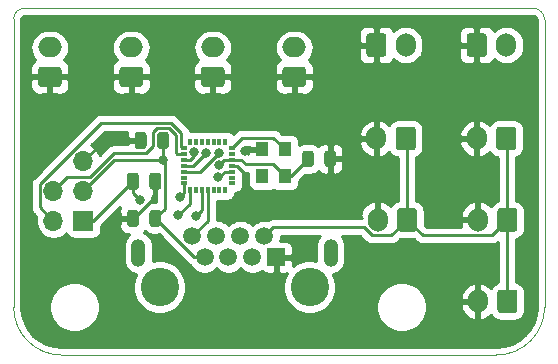
<source format=gbr>
G04 #@! TF.GenerationSoftware,KiCad,Pcbnew,(5.1.6)-1*
G04 #@! TF.CreationDate,2021-11-18T20:07:37-06:00*
G04 #@! TF.ProjectId,ControlPanelSTM32QFN28,436f6e74-726f-46c5-9061-6e656c53544d,rev?*
G04 #@! TF.SameCoordinates,Original*
G04 #@! TF.FileFunction,Copper,L2,Bot*
G04 #@! TF.FilePolarity,Positive*
%FSLAX46Y46*%
G04 Gerber Fmt 4.6, Leading zero omitted, Abs format (unit mm)*
G04 Created by KiCad (PCBNEW (5.1.6)-1) date 2021-11-18 20:07:37*
%MOMM*%
%LPD*%
G01*
G04 APERTURE LIST*
G04 #@! TA.AperFunction,Profile*
%ADD10C,0.050000*%
G04 #@! TD*
G04 #@! TA.AperFunction,SMDPad,CuDef*
%ADD11R,0.599948X0.299974*%
G04 #@! TD*
G04 #@! TA.AperFunction,SMDPad,CuDef*
%ADD12R,0.299974X0.599948*%
G04 #@! TD*
G04 #@! TA.AperFunction,ComponentPad*
%ADD13R,1.700000X1.700000*%
G04 #@! TD*
G04 #@! TA.AperFunction,ComponentPad*
%ADD14O,1.700000X1.700000*%
G04 #@! TD*
G04 #@! TA.AperFunction,ComponentPad*
%ADD15O,1.700000X2.000000*%
G04 #@! TD*
G04 #@! TA.AperFunction,ComponentPad*
%ADD16O,2.000000X1.700000*%
G04 #@! TD*
G04 #@! TA.AperFunction,ComponentPad*
%ADD17O,1.259000X2.362000*%
G04 #@! TD*
G04 #@! TA.AperFunction,ComponentPad*
%ADD18R,1.500000X1.500000*%
G04 #@! TD*
G04 #@! TA.AperFunction,ComponentPad*
%ADD19C,1.500000*%
G04 #@! TD*
G04 #@! TA.AperFunction,WasherPad*
%ADD20C,3.250000*%
G04 #@! TD*
G04 #@! TA.AperFunction,SMDPad,CuDef*
%ADD21R,1.100000X1.300000*%
G04 #@! TD*
G04 #@! TA.AperFunction,ViaPad*
%ADD22C,0.800000*%
G04 #@! TD*
G04 #@! TA.AperFunction,Conductor*
%ADD23C,0.250000*%
G04 #@! TD*
G04 #@! TA.AperFunction,Conductor*
%ADD24C,0.254000*%
G04 #@! TD*
G04 APERTURE END LIST*
D10*
X175479873Y-85389743D02*
G75*
G02*
X176439940Y-86360000I-5095J-965162D01*
G01*
X131488000Y-86296602D02*
G75*
G02*
X132389685Y-85389720I901685J5182D01*
G01*
X131488000Y-110680500D02*
X131488000Y-86296602D01*
X135552000Y-114744500D02*
G75*
G02*
X131488000Y-110680500I0J4064000D01*
G01*
X172353080Y-114744500D02*
X135552000Y-114744500D01*
X176439940Y-86360000D02*
X176450164Y-110667800D01*
X176450164Y-110670340D02*
G75*
G02*
X172353080Y-114744500I-4074224J0D01*
G01*
X175479873Y-85389743D02*
X132389685Y-85389720D01*
D11*
X149964700Y-97218860D03*
X149964700Y-97719240D03*
X149964700Y-98219620D03*
X149964700Y-98720000D03*
X149964700Y-99220380D03*
X149964700Y-99720760D03*
X149964700Y-100221140D03*
D12*
X149421140Y-100764700D03*
X148920760Y-100764700D03*
X148420380Y-100764700D03*
X147920000Y-100764700D03*
X147419620Y-100764700D03*
X146919240Y-100764700D03*
X146418860Y-100764700D03*
D11*
X145875300Y-100221140D03*
X145875300Y-99720760D03*
X145875300Y-99220380D03*
X145875300Y-98720000D03*
X145875300Y-98219620D03*
X145875300Y-97719240D03*
X145875300Y-97218860D03*
D12*
X146418860Y-96675300D03*
X146919240Y-96675300D03*
X147419620Y-96675300D03*
X147920000Y-96675300D03*
X148420380Y-96675300D03*
X148920760Y-96675300D03*
X149421140Y-96675300D03*
D13*
X137400000Y-103400000D03*
D14*
X134860000Y-103400000D03*
X137400000Y-100860000D03*
X134860000Y-100860000D03*
X137400000Y-98320000D03*
D15*
X170800000Y-110200000D03*
G04 #@! TA.AperFunction,ComponentPad*
G36*
G01*
X174150000Y-109450000D02*
X174150000Y-110950000D01*
G75*
G02*
X173900000Y-111200000I-250000J0D01*
G01*
X172700000Y-111200000D01*
G75*
G02*
X172450000Y-110950000I0J250000D01*
G01*
X172450000Y-109450000D01*
G75*
G02*
X172700000Y-109200000I250000J0D01*
G01*
X173900000Y-109200000D01*
G75*
G02*
X174150000Y-109450000I0J-250000D01*
G01*
G37*
G04 #@! TD.AperFunction*
X170800000Y-103300000D03*
G04 #@! TA.AperFunction,ComponentPad*
G36*
G01*
X174150000Y-102550000D02*
X174150000Y-104050000D01*
G75*
G02*
X173900000Y-104300000I-250000J0D01*
G01*
X172700000Y-104300000D01*
G75*
G02*
X172450000Y-104050000I0J250000D01*
G01*
X172450000Y-102550000D01*
G75*
G02*
X172700000Y-102300000I250000J0D01*
G01*
X173900000Y-102300000D01*
G75*
G02*
X174150000Y-102550000I0J-250000D01*
G01*
G37*
G04 #@! TD.AperFunction*
X162300000Y-103300000D03*
G04 #@! TA.AperFunction,ComponentPad*
G36*
G01*
X165650000Y-102550000D02*
X165650000Y-104050000D01*
G75*
G02*
X165400000Y-104300000I-250000J0D01*
G01*
X164200000Y-104300000D01*
G75*
G02*
X163950000Y-104050000I0J250000D01*
G01*
X163950000Y-102550000D01*
G75*
G02*
X164200000Y-102300000I250000J0D01*
G01*
X165400000Y-102300000D01*
G75*
G02*
X165650000Y-102550000I0J-250000D01*
G01*
G37*
G04 #@! TD.AperFunction*
X170700000Y-96400000D03*
G04 #@! TA.AperFunction,ComponentPad*
G36*
G01*
X174050000Y-95650000D02*
X174050000Y-97150000D01*
G75*
G02*
X173800000Y-97400000I-250000J0D01*
G01*
X172600000Y-97400000D01*
G75*
G02*
X172350000Y-97150000I0J250000D01*
G01*
X172350000Y-95650000D01*
G75*
G02*
X172600000Y-95400000I250000J0D01*
G01*
X173800000Y-95400000D01*
G75*
G02*
X174050000Y-95650000I0J-250000D01*
G01*
G37*
G04 #@! TD.AperFunction*
X173200000Y-88500000D03*
G04 #@! TA.AperFunction,ComponentPad*
G36*
G01*
X169850000Y-89250000D02*
X169850000Y-87750000D01*
G75*
G02*
X170100000Y-87500000I250000J0D01*
G01*
X171300000Y-87500000D01*
G75*
G02*
X171550000Y-87750000I0J-250000D01*
G01*
X171550000Y-89250000D01*
G75*
G02*
X171300000Y-89500000I-250000J0D01*
G01*
X170100000Y-89500000D01*
G75*
G02*
X169850000Y-89250000I0J250000D01*
G01*
G37*
G04 #@! TD.AperFunction*
X164700000Y-88500000D03*
G04 #@! TA.AperFunction,ComponentPad*
G36*
G01*
X161350000Y-89250000D02*
X161350000Y-87750000D01*
G75*
G02*
X161600000Y-87500000I250000J0D01*
G01*
X162800000Y-87500000D01*
G75*
G02*
X163050000Y-87750000I0J-250000D01*
G01*
X163050000Y-89250000D01*
G75*
G02*
X162800000Y-89500000I-250000J0D01*
G01*
X161600000Y-89500000D01*
G75*
G02*
X161350000Y-89250000I0J250000D01*
G01*
G37*
G04 #@! TD.AperFunction*
D16*
X134550000Y-88700000D03*
G04 #@! TA.AperFunction,ComponentPad*
G36*
G01*
X135300000Y-92050000D02*
X133800000Y-92050000D01*
G75*
G02*
X133550000Y-91800000I0J250000D01*
G01*
X133550000Y-90600000D01*
G75*
G02*
X133800000Y-90350000I250000J0D01*
G01*
X135300000Y-90350000D01*
G75*
G02*
X135550000Y-90600000I0J-250000D01*
G01*
X135550000Y-91800000D01*
G75*
G02*
X135300000Y-92050000I-250000J0D01*
G01*
G37*
G04 #@! TD.AperFunction*
D15*
X162200000Y-96400000D03*
G04 #@! TA.AperFunction,ComponentPad*
G36*
G01*
X165550000Y-95650000D02*
X165550000Y-97150000D01*
G75*
G02*
X165300000Y-97400000I-250000J0D01*
G01*
X164100000Y-97400000D01*
G75*
G02*
X163850000Y-97150000I0J250000D01*
G01*
X163850000Y-95650000D01*
G75*
G02*
X164100000Y-95400000I250000J0D01*
G01*
X165300000Y-95400000D01*
G75*
G02*
X165550000Y-95650000I0J-250000D01*
G01*
G37*
G04 #@! TD.AperFunction*
D16*
X141450000Y-88700000D03*
G04 #@! TA.AperFunction,ComponentPad*
G36*
G01*
X142200000Y-92050000D02*
X140700000Y-92050000D01*
G75*
G02*
X140450000Y-91800000I0J250000D01*
G01*
X140450000Y-90600000D01*
G75*
G02*
X140700000Y-90350000I250000J0D01*
G01*
X142200000Y-90350000D01*
G75*
G02*
X142450000Y-90600000I0J-250000D01*
G01*
X142450000Y-91800000D01*
G75*
G02*
X142200000Y-92050000I-250000J0D01*
G01*
G37*
G04 #@! TD.AperFunction*
X148350000Y-88700000D03*
G04 #@! TA.AperFunction,ComponentPad*
G36*
G01*
X149100000Y-92050000D02*
X147600000Y-92050000D01*
G75*
G02*
X147350000Y-91800000I0J250000D01*
G01*
X147350000Y-90600000D01*
G75*
G02*
X147600000Y-90350000I250000J0D01*
G01*
X149100000Y-90350000D01*
G75*
G02*
X149350000Y-90600000I0J-250000D01*
G01*
X149350000Y-91800000D01*
G75*
G02*
X149100000Y-92050000I-250000J0D01*
G01*
G37*
G04 #@! TD.AperFunction*
X155250000Y-88700000D03*
G04 #@! TA.AperFunction,ComponentPad*
G36*
G01*
X156000000Y-92050000D02*
X154500000Y-92050000D01*
G75*
G02*
X154250000Y-91800000I0J250000D01*
G01*
X154250000Y-90600000D01*
G75*
G02*
X154500000Y-90350000I250000J0D01*
G01*
X156000000Y-90350000D01*
G75*
G02*
X156250000Y-90600000I0J-250000D01*
G01*
X156250000Y-91800000D01*
G75*
G02*
X156000000Y-92050000I-250000J0D01*
G01*
G37*
G04 #@! TD.AperFunction*
G04 #@! TA.AperFunction,SMDPad,CuDef*
G36*
G01*
X141090000Y-100505000D02*
X141090000Y-99555000D01*
G75*
G02*
X141340000Y-99305000I250000J0D01*
G01*
X141840000Y-99305000D01*
G75*
G02*
X142090000Y-99555000I0J-250000D01*
G01*
X142090000Y-100505000D01*
G75*
G02*
X141840000Y-100755000I-250000J0D01*
G01*
X141340000Y-100755000D01*
G75*
G02*
X141090000Y-100505000I0J250000D01*
G01*
G37*
G04 #@! TD.AperFunction*
G04 #@! TA.AperFunction,SMDPad,CuDef*
G36*
G01*
X142990000Y-100505000D02*
X142990000Y-99555000D01*
G75*
G02*
X143240000Y-99305000I250000J0D01*
G01*
X143740000Y-99305000D01*
G75*
G02*
X143990000Y-99555000I0J-250000D01*
G01*
X143990000Y-100505000D01*
G75*
G02*
X143740000Y-100755000I-250000J0D01*
G01*
X143240000Y-100755000D01*
G75*
G02*
X142990000Y-100505000I0J250000D01*
G01*
G37*
G04 #@! TD.AperFunction*
G04 #@! TA.AperFunction,SMDPad,CuDef*
G36*
G01*
X144650000Y-96105000D02*
X144650000Y-97055000D01*
G75*
G02*
X144400000Y-97305000I-250000J0D01*
G01*
X143900000Y-97305000D01*
G75*
G02*
X143650000Y-97055000I0J250000D01*
G01*
X143650000Y-96105000D01*
G75*
G02*
X143900000Y-95855000I250000J0D01*
G01*
X144400000Y-95855000D01*
G75*
G02*
X144650000Y-96105000I0J-250000D01*
G01*
G37*
G04 #@! TD.AperFunction*
G04 #@! TA.AperFunction,SMDPad,CuDef*
G36*
G01*
X142750000Y-96105000D02*
X142750000Y-97055000D01*
G75*
G02*
X142500000Y-97305000I-250000J0D01*
G01*
X142000000Y-97305000D01*
G75*
G02*
X141750000Y-97055000I0J250000D01*
G01*
X141750000Y-96105000D01*
G75*
G02*
X142000000Y-95855000I250000J0D01*
G01*
X142500000Y-95855000D01*
G75*
G02*
X142750000Y-96105000I0J-250000D01*
G01*
G37*
G04 #@! TD.AperFunction*
G04 #@! TA.AperFunction,SMDPad,CuDef*
G36*
G01*
X142090000Y-102705000D02*
X142090000Y-103655000D01*
G75*
G02*
X141840000Y-103905000I-250000J0D01*
G01*
X141340000Y-103905000D01*
G75*
G02*
X141090000Y-103655000I0J250000D01*
G01*
X141090000Y-102705000D01*
G75*
G02*
X141340000Y-102455000I250000J0D01*
G01*
X141840000Y-102455000D01*
G75*
G02*
X142090000Y-102705000I0J-250000D01*
G01*
G37*
G04 #@! TD.AperFunction*
G04 #@! TA.AperFunction,SMDPad,CuDef*
G36*
G01*
X143990000Y-102705000D02*
X143990000Y-103655000D01*
G75*
G02*
X143740000Y-103905000I-250000J0D01*
G01*
X143240000Y-103905000D01*
G75*
G02*
X142990000Y-103655000I0J250000D01*
G01*
X142990000Y-102705000D01*
G75*
G02*
X143240000Y-102455000I250000J0D01*
G01*
X143740000Y-102455000D01*
G75*
G02*
X143990000Y-102705000I0J-250000D01*
G01*
G37*
G04 #@! TD.AperFunction*
D17*
X158323280Y-106097070D03*
X142063280Y-106097070D03*
D18*
X153742580Y-106459020D03*
D19*
X152722580Y-104679020D03*
X151712580Y-106459020D03*
X150692580Y-104679020D03*
X149682580Y-106459020D03*
X148662580Y-104679020D03*
X147652580Y-106459020D03*
X146632580Y-104679020D03*
D20*
X156543280Y-108999020D03*
X143843280Y-108999020D03*
G04 #@! TA.AperFunction,SMDPad,CuDef*
G36*
G01*
X158777500Y-97673750D02*
X158777500Y-98586250D01*
G75*
G02*
X158533750Y-98830000I-243750J0D01*
G01*
X158046250Y-98830000D01*
G75*
G02*
X157802500Y-98586250I0J243750D01*
G01*
X157802500Y-97673750D01*
G75*
G02*
X158046250Y-97430000I243750J0D01*
G01*
X158533750Y-97430000D01*
G75*
G02*
X158777500Y-97673750I0J-243750D01*
G01*
G37*
G04 #@! TD.AperFunction*
G04 #@! TA.AperFunction,SMDPad,CuDef*
G36*
G01*
X156902500Y-97673750D02*
X156902500Y-98586250D01*
G75*
G02*
X156658750Y-98830000I-243750J0D01*
G01*
X156171250Y-98830000D01*
G75*
G02*
X155927500Y-98586250I0J243750D01*
G01*
X155927500Y-97673750D01*
G75*
G02*
X156171250Y-97430000I243750J0D01*
G01*
X156658750Y-97430000D01*
G75*
G02*
X156902500Y-97673750I0J-243750D01*
G01*
G37*
G04 #@! TD.AperFunction*
D21*
X152550000Y-99610000D03*
X152550000Y-97310000D03*
X154450000Y-97310000D03*
X154450000Y-99610000D03*
D22*
X151120000Y-97480000D03*
X144153278Y-98261503D03*
X148881569Y-98639513D03*
X146920000Y-103000000D03*
X145450000Y-102890000D03*
X145540000Y-101390000D03*
X147805728Y-97600205D03*
X148850000Y-97640000D03*
X146784683Y-97575274D03*
X142180000Y-101580000D03*
X148804230Y-99688755D03*
D23*
X152550000Y-97310000D02*
X151290000Y-97310000D01*
X151290000Y-97310000D02*
X151120000Y-97480000D01*
X149964700Y-98720000D02*
X150440000Y-98720000D01*
X150440000Y-98720000D02*
X151110000Y-99390000D01*
X137400000Y-98320000D02*
X138950000Y-96770000D01*
X143490000Y-101343002D02*
X143490000Y-100030000D01*
X141590000Y-103180000D02*
X141653002Y-103180000D01*
X141653002Y-103180000D02*
X143490000Y-101343002D01*
X163474990Y-104625010D02*
X164800000Y-103300000D01*
X161813295Y-104625010D02*
X163474990Y-104625010D01*
X161117306Y-103929021D02*
X161813295Y-104625010D01*
X152722580Y-104679020D02*
X153472579Y-103929021D01*
X153472579Y-103929021D02*
X161117306Y-103929021D01*
X171974990Y-104625010D02*
X173300000Y-103300000D01*
X164800000Y-103300000D02*
X166125010Y-104625010D01*
X166125010Y-104625010D02*
X171974990Y-104625010D01*
X173300000Y-103300000D02*
X173300000Y-110200000D01*
X164800000Y-96500000D02*
X164700000Y-96400000D01*
X164800000Y-103300000D02*
X164800000Y-96500000D01*
X173300000Y-96500000D02*
X173200000Y-96400000D01*
X173300000Y-103300000D02*
X173300000Y-96500000D01*
X151165323Y-98613599D02*
X153453599Y-98613599D01*
X149964700Y-98219620D02*
X150771344Y-98219620D01*
X150771344Y-98219620D02*
X151165323Y-98613599D01*
X153453599Y-98613599D02*
X154450000Y-99610000D01*
X154935000Y-99610000D02*
X156415000Y-98130000D01*
X154450000Y-99610000D02*
X154935000Y-99610000D01*
X144150000Y-96580000D02*
X144150000Y-98258225D01*
X144150000Y-98258225D02*
X144153278Y-98261503D01*
X137400000Y-100860000D02*
X139998497Y-98261503D01*
X139998497Y-98261503D02*
X144153278Y-98261503D01*
X149964700Y-98219620D02*
X149301462Y-98219620D01*
X149301462Y-98219620D02*
X148881569Y-98639513D01*
X146769020Y-106459020D02*
X143490000Y-103180000D01*
X147652580Y-106459020D02*
X146769020Y-106459020D01*
X144315010Y-98423235D02*
X144153278Y-98261503D01*
X143490000Y-103180000D02*
X144315010Y-102354990D01*
X144315010Y-102354990D02*
X144315010Y-98423235D01*
X147920000Y-103391600D02*
X147920000Y-100764700D01*
X146632580Y-104679020D02*
X147920000Y-103391600D01*
X147419620Y-100764700D02*
X147419620Y-102500380D01*
X147419620Y-102500380D02*
X146920000Y-103000000D01*
X146418860Y-100764700D02*
X146418860Y-101921140D01*
X146418860Y-101921140D02*
X145450000Y-102890000D01*
X145875300Y-100221140D02*
X145875300Y-101054700D01*
X145875300Y-101054700D02*
X145540000Y-101390000D01*
X146685933Y-98720000D02*
X147805728Y-97600205D01*
X145875300Y-98720000D02*
X146685933Y-98720000D01*
X147269620Y-99220380D02*
X148850000Y-97640000D01*
X145875300Y-99220380D02*
X147269620Y-99220380D01*
X146425274Y-98219620D02*
X146784683Y-97860211D01*
X146784683Y-97860211D02*
X146784683Y-97575274D01*
X145875300Y-98219620D02*
X146425274Y-98219620D01*
X138220000Y-103400000D02*
X141590000Y-100030000D01*
X137400000Y-103400000D02*
X138220000Y-103400000D01*
X141590000Y-100030000D02*
X141590000Y-100990000D01*
X141590000Y-100990000D02*
X142180000Y-101580000D01*
X148905329Y-99688755D02*
X148804230Y-99688755D01*
X149964700Y-99220380D02*
X149373704Y-99220380D01*
X149373704Y-99220380D02*
X148905329Y-99688755D01*
X145340717Y-97719240D02*
X145875300Y-97719240D01*
X142738180Y-97630010D02*
X143324990Y-97043200D01*
X137938591Y-99684999D02*
X139993580Y-97630010D01*
X139993580Y-97630010D02*
X142738180Y-97630010D01*
X134860000Y-100860000D02*
X136035001Y-99684999D01*
X136035001Y-99684999D02*
X137938591Y-99684999D01*
X145250325Y-97628848D02*
X145340717Y-97719240D01*
X143324990Y-97043200D02*
X143324990Y-95866820D01*
X143324990Y-95866820D02*
X143661820Y-95529990D01*
X143661820Y-95529990D02*
X144638180Y-95529990D01*
X144638180Y-95529990D02*
X145250325Y-96142135D01*
X145250325Y-96142135D02*
X145250325Y-97628848D01*
X133684999Y-102224999D02*
X134860000Y-103400000D01*
X138901018Y-95079980D02*
X133684999Y-100295999D01*
X133684999Y-100295999D02*
X133684999Y-102224999D01*
X145778860Y-97218860D02*
X145700335Y-97140335D01*
X145875300Y-97218860D02*
X145778860Y-97218860D01*
X145700335Y-97140335D02*
X145700334Y-95955734D01*
X145700334Y-95955734D02*
X144824580Y-95079980D01*
X144824580Y-95079980D02*
X138901018Y-95079980D01*
X150848561Y-96334999D02*
X149964700Y-97218860D01*
X154450000Y-97310000D02*
X153474999Y-96334999D01*
X153474999Y-96334999D02*
X150848561Y-96334999D01*
D24*
G36*
X175445847Y-86049743D02*
G01*
X175535001Y-86058960D01*
X175591338Y-86076294D01*
X175643234Y-86104240D01*
X175688715Y-86141736D01*
X175726044Y-86187346D01*
X175753803Y-86239340D01*
X175770937Y-86295742D01*
X175779951Y-86386096D01*
X175790152Y-110638186D01*
X175722036Y-111332885D01*
X175529620Y-111970196D01*
X175217084Y-112557991D01*
X174796331Y-113073886D01*
X174283378Y-113498237D01*
X173697781Y-113814868D01*
X173061825Y-114011730D01*
X172369575Y-114084488D01*
X172352630Y-114084500D01*
X135584278Y-114084500D01*
X134891442Y-114016567D01*
X134256042Y-113824728D01*
X133670009Y-113513130D01*
X133155653Y-113093630D01*
X132732581Y-112582225D01*
X132416897Y-111998378D01*
X132220625Y-111364330D01*
X132148000Y-110673345D01*
X132148000Y-110467721D01*
X134503000Y-110467721D01*
X134503000Y-110888279D01*
X134585047Y-111300756D01*
X134745988Y-111689302D01*
X134979637Y-112038983D01*
X135277017Y-112336363D01*
X135626698Y-112570012D01*
X136015244Y-112730953D01*
X136427721Y-112813000D01*
X136848279Y-112813000D01*
X137260756Y-112730953D01*
X137649302Y-112570012D01*
X137998983Y-112336363D01*
X138296363Y-112038983D01*
X138530012Y-111689302D01*
X138690953Y-111300756D01*
X138773000Y-110888279D01*
X138773000Y-110467721D01*
X138690953Y-110055244D01*
X138530012Y-109666698D01*
X138296363Y-109317017D01*
X137998983Y-109019637D01*
X137649302Y-108785988D01*
X137260756Y-108625047D01*
X136848279Y-108543000D01*
X136427721Y-108543000D01*
X136015244Y-108625047D01*
X135626698Y-108785988D01*
X135277017Y-109019637D01*
X134979637Y-109317017D01*
X134745988Y-109666698D01*
X134585047Y-110055244D01*
X134503000Y-110467721D01*
X132148000Y-110467721D01*
X132148000Y-100295999D01*
X132921323Y-100295999D01*
X132924999Y-100333322D01*
X132925000Y-102187667D01*
X132921323Y-102224999D01*
X132925000Y-102262332D01*
X132935997Y-102373985D01*
X132941560Y-102392323D01*
X132979453Y-102517245D01*
X133050025Y-102649275D01*
X133090097Y-102698102D01*
X133144999Y-102765000D01*
X133173997Y-102788798D01*
X133418791Y-103033592D01*
X133375000Y-103253740D01*
X133375000Y-103546260D01*
X133432068Y-103833158D01*
X133544010Y-104103411D01*
X133706525Y-104346632D01*
X133913368Y-104553475D01*
X134156589Y-104715990D01*
X134426842Y-104827932D01*
X134713740Y-104885000D01*
X135006260Y-104885000D01*
X135293158Y-104827932D01*
X135563411Y-104715990D01*
X135806632Y-104553475D01*
X135938487Y-104421620D01*
X135960498Y-104494180D01*
X136019463Y-104604494D01*
X136098815Y-104701185D01*
X136195506Y-104780537D01*
X136305820Y-104839502D01*
X136425518Y-104875812D01*
X136550000Y-104888072D01*
X138250000Y-104888072D01*
X138374482Y-104875812D01*
X138494180Y-104839502D01*
X138604494Y-104780537D01*
X138701185Y-104701185D01*
X138780537Y-104604494D01*
X138839502Y-104494180D01*
X138875812Y-104374482D01*
X138888072Y-104250000D01*
X138888072Y-103806729D01*
X140519464Y-102175337D01*
X140500498Y-102210820D01*
X140464188Y-102330518D01*
X140451928Y-102455000D01*
X140455000Y-102894250D01*
X140613750Y-103053000D01*
X141463000Y-103053000D01*
X141463000Y-103033000D01*
X141717000Y-103033000D01*
X141717000Y-103053000D01*
X141737000Y-103053000D01*
X141737000Y-103307000D01*
X141717000Y-103307000D01*
X141717000Y-103327000D01*
X141463000Y-103327000D01*
X141463000Y-103307000D01*
X140613750Y-103307000D01*
X140455000Y-103465750D01*
X140451928Y-103905000D01*
X140464188Y-104029482D01*
X140500498Y-104149180D01*
X140559463Y-104259494D01*
X140638815Y-104356185D01*
X140735506Y-104435537D01*
X140845820Y-104494502D01*
X140965518Y-104530812D01*
X141090000Y-104543072D01*
X141295170Y-104540130D01*
X141164818Y-104647107D01*
X141006800Y-104839652D01*
X140889382Y-105059326D01*
X140817077Y-105297685D01*
X140798780Y-105483454D01*
X140798780Y-106710685D01*
X140817077Y-106896454D01*
X140889382Y-107134813D01*
X141006800Y-107354487D01*
X141164817Y-107547033D01*
X141357362Y-107705050D01*
X141577036Y-107822468D01*
X141815395Y-107894773D01*
X141860094Y-107899176D01*
X141840494Y-107928509D01*
X141670131Y-108339802D01*
X141583280Y-108776429D01*
X141583280Y-109221611D01*
X141670131Y-109658238D01*
X141840494Y-110069531D01*
X142087824Y-110439686D01*
X142402614Y-110754476D01*
X142772769Y-111001806D01*
X143184062Y-111172169D01*
X143620689Y-111259020D01*
X144065871Y-111259020D01*
X144502498Y-111172169D01*
X144913791Y-111001806D01*
X145283946Y-110754476D01*
X145598736Y-110439686D01*
X145846066Y-110069531D01*
X146016429Y-109658238D01*
X146103280Y-109221611D01*
X146103280Y-108776429D01*
X146016429Y-108339802D01*
X145846066Y-107928509D01*
X145598736Y-107558354D01*
X145283946Y-107243564D01*
X144913791Y-106996234D01*
X144502498Y-106825871D01*
X144065871Y-106739020D01*
X143620689Y-106739020D01*
X143319080Y-106799014D01*
X143327780Y-106710686D01*
X143327780Y-105483454D01*
X143309483Y-105297685D01*
X143237178Y-105059326D01*
X143119760Y-104839652D01*
X142961743Y-104647107D01*
X142769198Y-104489090D01*
X142549524Y-104371672D01*
X142529657Y-104365646D01*
X142541185Y-104356185D01*
X142606658Y-104276406D01*
X142612038Y-104282962D01*
X142746614Y-104393405D01*
X142900150Y-104475472D01*
X143066746Y-104526008D01*
X143240000Y-104543072D01*
X143740000Y-104543072D01*
X143774839Y-104539641D01*
X146205221Y-106970023D01*
X146229019Y-106999021D01*
X146258017Y-107022819D01*
X146344744Y-107093994D01*
X146448015Y-107149194D01*
X146576781Y-107341906D01*
X146769694Y-107534819D01*
X146996537Y-107686391D01*
X147248591Y-107790795D01*
X147516169Y-107844020D01*
X147788991Y-107844020D01*
X148056569Y-107790795D01*
X148308623Y-107686391D01*
X148535466Y-107534819D01*
X148667580Y-107402705D01*
X148799694Y-107534819D01*
X149026537Y-107686391D01*
X149278591Y-107790795D01*
X149546169Y-107844020D01*
X149818991Y-107844020D01*
X150086569Y-107790795D01*
X150338623Y-107686391D01*
X150565466Y-107534819D01*
X150697580Y-107402705D01*
X150829694Y-107534819D01*
X151056537Y-107686391D01*
X151308591Y-107790795D01*
X151576169Y-107844020D01*
X151848991Y-107844020D01*
X152116569Y-107790795D01*
X152368623Y-107686391D01*
X152494086Y-107602559D01*
X152541395Y-107660205D01*
X152638086Y-107739557D01*
X152748400Y-107798522D01*
X152868098Y-107834832D01*
X152992580Y-107847092D01*
X153456830Y-107844020D01*
X153615580Y-107685270D01*
X153615580Y-106586020D01*
X153595580Y-106586020D01*
X153595580Y-106332020D01*
X153615580Y-106332020D01*
X153615580Y-106312020D01*
X153869580Y-106312020D01*
X153869580Y-106332020D01*
X154968830Y-106332020D01*
X155127580Y-106173270D01*
X155130652Y-105709020D01*
X155118392Y-105584538D01*
X155082082Y-105464840D01*
X155023117Y-105354526D01*
X154943765Y-105257835D01*
X154847074Y-105178483D01*
X154736760Y-105119518D01*
X154617062Y-105083208D01*
X154492580Y-105070948D01*
X154056180Y-105073836D01*
X154107580Y-104815431D01*
X154107580Y-104689021D01*
X157390420Y-104689021D01*
X157266800Y-104839652D01*
X157149382Y-105059326D01*
X157077077Y-105297685D01*
X157058780Y-105483454D01*
X157058780Y-106710685D01*
X157067480Y-106799014D01*
X156765871Y-106739020D01*
X156320689Y-106739020D01*
X155884062Y-106825871D01*
X155472769Y-106996234D01*
X155128985Y-107225943D01*
X155130652Y-107209020D01*
X155127580Y-106744770D01*
X154968830Y-106586020D01*
X153869580Y-106586020D01*
X153869580Y-107685270D01*
X154028330Y-107844020D01*
X154492580Y-107847092D01*
X154602103Y-107836305D01*
X154540494Y-107928509D01*
X154370131Y-108339802D01*
X154283280Y-108776429D01*
X154283280Y-109221611D01*
X154370131Y-109658238D01*
X154540494Y-110069531D01*
X154787824Y-110439686D01*
X155102614Y-110754476D01*
X155472769Y-111001806D01*
X155884062Y-111172169D01*
X156320689Y-111259020D01*
X156765871Y-111259020D01*
X157202498Y-111172169D01*
X157613791Y-111001806D01*
X157983946Y-110754476D01*
X158270701Y-110467721D01*
X162203000Y-110467721D01*
X162203000Y-110888279D01*
X162285047Y-111300756D01*
X162445988Y-111689302D01*
X162679637Y-112038983D01*
X162977017Y-112336363D01*
X163326698Y-112570012D01*
X163715244Y-112730953D01*
X164127721Y-112813000D01*
X164548279Y-112813000D01*
X164960756Y-112730953D01*
X165349302Y-112570012D01*
X165698983Y-112336363D01*
X165996363Y-112038983D01*
X166230012Y-111689302D01*
X166390953Y-111300756D01*
X166473000Y-110888279D01*
X166473000Y-110559742D01*
X169328715Y-110559742D01*
X169397904Y-110842745D01*
X169520975Y-111106812D01*
X169693198Y-111341795D01*
X169907954Y-111538664D01*
X170156991Y-111689854D01*
X170430739Y-111789554D01*
X170443110Y-111791476D01*
X170673000Y-111670155D01*
X170673000Y-110327000D01*
X169472768Y-110327000D01*
X169328715Y-110559742D01*
X166473000Y-110559742D01*
X166473000Y-110467721D01*
X166390953Y-110055244D01*
X166301903Y-109840258D01*
X169328715Y-109840258D01*
X169472768Y-110073000D01*
X170673000Y-110073000D01*
X170673000Y-108729845D01*
X170443110Y-108608524D01*
X170430739Y-108610446D01*
X170156991Y-108710146D01*
X169907954Y-108861336D01*
X169693198Y-109058205D01*
X169520975Y-109293188D01*
X169397904Y-109557255D01*
X169328715Y-109840258D01*
X166301903Y-109840258D01*
X166230012Y-109666698D01*
X165996363Y-109317017D01*
X165698983Y-109019637D01*
X165349302Y-108785988D01*
X164960756Y-108625047D01*
X164548279Y-108543000D01*
X164127721Y-108543000D01*
X163715244Y-108625047D01*
X163326698Y-108785988D01*
X162977017Y-109019637D01*
X162679637Y-109317017D01*
X162445988Y-109666698D01*
X162285047Y-110055244D01*
X162203000Y-110467721D01*
X158270701Y-110467721D01*
X158298736Y-110439686D01*
X158546066Y-110069531D01*
X158716429Y-109658238D01*
X158803280Y-109221611D01*
X158803280Y-108776429D01*
X158716429Y-108339802D01*
X158546066Y-107928509D01*
X158526466Y-107899175D01*
X158571164Y-107894773D01*
X158809523Y-107822468D01*
X159029197Y-107705050D01*
X159221743Y-107547033D01*
X159379760Y-107354488D01*
X159497178Y-107134814D01*
X159569483Y-106896455D01*
X159587780Y-106710686D01*
X159587780Y-105483454D01*
X159569483Y-105297685D01*
X159497178Y-105059326D01*
X159379760Y-104839652D01*
X159256141Y-104689021D01*
X160802505Y-104689021D01*
X161249496Y-105136012D01*
X161273294Y-105165011D01*
X161302292Y-105188809D01*
X161389018Y-105259984D01*
X161490063Y-105313994D01*
X161521048Y-105330556D01*
X161664309Y-105374013D01*
X161775962Y-105385010D01*
X161775971Y-105385010D01*
X161813294Y-105388686D01*
X161850617Y-105385010D01*
X163437668Y-105385010D01*
X163474990Y-105388686D01*
X163512312Y-105385010D01*
X163512323Y-105385010D01*
X163623976Y-105374013D01*
X163767237Y-105330556D01*
X163899266Y-105259984D01*
X164014991Y-105165011D01*
X164038794Y-105136007D01*
X164236729Y-104938072D01*
X165363270Y-104938072D01*
X165561211Y-105136013D01*
X165585009Y-105165011D01*
X165614007Y-105188809D01*
X165700733Y-105259984D01*
X165801778Y-105313994D01*
X165832763Y-105330556D01*
X165976024Y-105374013D01*
X166087677Y-105385010D01*
X166087686Y-105385010D01*
X166125009Y-105388686D01*
X166162332Y-105385010D01*
X171937668Y-105385010D01*
X171974990Y-105388686D01*
X172012312Y-105385010D01*
X172012323Y-105385010D01*
X172123976Y-105374013D01*
X172267237Y-105330556D01*
X172399266Y-105259984D01*
X172514991Y-105165011D01*
X172538794Y-105136007D01*
X172540000Y-105134801D01*
X172540001Y-108577687D01*
X172526746Y-108578992D01*
X172360150Y-108629528D01*
X172206614Y-108711595D01*
X172072038Y-108822038D01*
X171961595Y-108956614D01*
X171907086Y-109058593D01*
X171906802Y-109058205D01*
X171692046Y-108861336D01*
X171443009Y-108710146D01*
X171169261Y-108610446D01*
X171156890Y-108608524D01*
X170927000Y-108729845D01*
X170927000Y-110073000D01*
X170947000Y-110073000D01*
X170947000Y-110327000D01*
X170927000Y-110327000D01*
X170927000Y-111670155D01*
X171156890Y-111791476D01*
X171169261Y-111789554D01*
X171443009Y-111689854D01*
X171692046Y-111538664D01*
X171906802Y-111341795D01*
X171907086Y-111341407D01*
X171961595Y-111443386D01*
X172072038Y-111577962D01*
X172206614Y-111688405D01*
X172360150Y-111770472D01*
X172526746Y-111821008D01*
X172700000Y-111838072D01*
X173900000Y-111838072D01*
X174073254Y-111821008D01*
X174239850Y-111770472D01*
X174393386Y-111688405D01*
X174527962Y-111577962D01*
X174638405Y-111443386D01*
X174720472Y-111289850D01*
X174771008Y-111123254D01*
X174788072Y-110950000D01*
X174788072Y-109450000D01*
X174771008Y-109276746D01*
X174720472Y-109110150D01*
X174638405Y-108956614D01*
X174527962Y-108822038D01*
X174393386Y-108711595D01*
X174239850Y-108629528D01*
X174073254Y-108578992D01*
X174060000Y-108577687D01*
X174060000Y-104922313D01*
X174073254Y-104921008D01*
X174239850Y-104870472D01*
X174393386Y-104788405D01*
X174527962Y-104677962D01*
X174638405Y-104543386D01*
X174720472Y-104389850D01*
X174771008Y-104223254D01*
X174788072Y-104050000D01*
X174788072Y-102550000D01*
X174771008Y-102376746D01*
X174720472Y-102210150D01*
X174638405Y-102056614D01*
X174527962Y-101922038D01*
X174393386Y-101811595D01*
X174239850Y-101729528D01*
X174073254Y-101678992D01*
X174060000Y-101677687D01*
X174060000Y-97994694D01*
X174139850Y-97970472D01*
X174293386Y-97888405D01*
X174427962Y-97777962D01*
X174538405Y-97643386D01*
X174620472Y-97489850D01*
X174671008Y-97323254D01*
X174688072Y-97150000D01*
X174688072Y-95650000D01*
X174671008Y-95476746D01*
X174620472Y-95310150D01*
X174538405Y-95156614D01*
X174427962Y-95022038D01*
X174293386Y-94911595D01*
X174139850Y-94829528D01*
X173973254Y-94778992D01*
X173800000Y-94761928D01*
X172600000Y-94761928D01*
X172426746Y-94778992D01*
X172260150Y-94829528D01*
X172106614Y-94911595D01*
X171972038Y-95022038D01*
X171861595Y-95156614D01*
X171807086Y-95258593D01*
X171806802Y-95258205D01*
X171592046Y-95061336D01*
X171343009Y-94910146D01*
X171069261Y-94810446D01*
X171056890Y-94808524D01*
X170827000Y-94929845D01*
X170827000Y-96273000D01*
X170847000Y-96273000D01*
X170847000Y-96527000D01*
X170827000Y-96527000D01*
X170827000Y-97870155D01*
X171056890Y-97991476D01*
X171069261Y-97989554D01*
X171343009Y-97889854D01*
X171592046Y-97738664D01*
X171806802Y-97541795D01*
X171807086Y-97541407D01*
X171861595Y-97643386D01*
X171972038Y-97777962D01*
X172106614Y-97888405D01*
X172260150Y-97970472D01*
X172426746Y-98021008D01*
X172540001Y-98032163D01*
X172540000Y-101677687D01*
X172526746Y-101678992D01*
X172360150Y-101729528D01*
X172206614Y-101811595D01*
X172072038Y-101922038D01*
X171961595Y-102056614D01*
X171907086Y-102158593D01*
X171906802Y-102158205D01*
X171692046Y-101961336D01*
X171443009Y-101810146D01*
X171169261Y-101710446D01*
X171156890Y-101708524D01*
X170927000Y-101829845D01*
X170927000Y-103173000D01*
X170947000Y-103173000D01*
X170947000Y-103427000D01*
X170927000Y-103427000D01*
X170927000Y-103447000D01*
X170673000Y-103447000D01*
X170673000Y-103427000D01*
X169472768Y-103427000D01*
X169328715Y-103659742D01*
X169378899Y-103865010D01*
X166439812Y-103865010D01*
X166288072Y-103713270D01*
X166288072Y-102940258D01*
X169328715Y-102940258D01*
X169472768Y-103173000D01*
X170673000Y-103173000D01*
X170673000Y-101829845D01*
X170443110Y-101708524D01*
X170430739Y-101710446D01*
X170156991Y-101810146D01*
X169907954Y-101961336D01*
X169693198Y-102158205D01*
X169520975Y-102393188D01*
X169397904Y-102657255D01*
X169328715Y-102940258D01*
X166288072Y-102940258D01*
X166288072Y-102550000D01*
X166271008Y-102376746D01*
X166220472Y-102210150D01*
X166138405Y-102056614D01*
X166027962Y-101922038D01*
X165893386Y-101811595D01*
X165739850Y-101729528D01*
X165573254Y-101678992D01*
X165560000Y-101677687D01*
X165560000Y-97994694D01*
X165639850Y-97970472D01*
X165793386Y-97888405D01*
X165927962Y-97777962D01*
X166038405Y-97643386D01*
X166120472Y-97489850D01*
X166171008Y-97323254D01*
X166188072Y-97150000D01*
X166188072Y-96759742D01*
X169228715Y-96759742D01*
X169297904Y-97042745D01*
X169420975Y-97306812D01*
X169593198Y-97541795D01*
X169807954Y-97738664D01*
X170056991Y-97889854D01*
X170330739Y-97989554D01*
X170343110Y-97991476D01*
X170573000Y-97870155D01*
X170573000Y-96527000D01*
X169372768Y-96527000D01*
X169228715Y-96759742D01*
X166188072Y-96759742D01*
X166188072Y-96040258D01*
X169228715Y-96040258D01*
X169372768Y-96273000D01*
X170573000Y-96273000D01*
X170573000Y-94929845D01*
X170343110Y-94808524D01*
X170330739Y-94810446D01*
X170056991Y-94910146D01*
X169807954Y-95061336D01*
X169593198Y-95258205D01*
X169420975Y-95493188D01*
X169297904Y-95757255D01*
X169228715Y-96040258D01*
X166188072Y-96040258D01*
X166188072Y-95650000D01*
X166171008Y-95476746D01*
X166120472Y-95310150D01*
X166038405Y-95156614D01*
X165927962Y-95022038D01*
X165793386Y-94911595D01*
X165639850Y-94829528D01*
X165473254Y-94778992D01*
X165300000Y-94761928D01*
X164100000Y-94761928D01*
X163926746Y-94778992D01*
X163760150Y-94829528D01*
X163606614Y-94911595D01*
X163472038Y-95022038D01*
X163361595Y-95156614D01*
X163307086Y-95258593D01*
X163306802Y-95258205D01*
X163092046Y-95061336D01*
X162843009Y-94910146D01*
X162569261Y-94810446D01*
X162556890Y-94808524D01*
X162327000Y-94929845D01*
X162327000Y-96273000D01*
X162347000Y-96273000D01*
X162347000Y-96527000D01*
X162327000Y-96527000D01*
X162327000Y-97870155D01*
X162556890Y-97991476D01*
X162569261Y-97989554D01*
X162843009Y-97889854D01*
X163092046Y-97738664D01*
X163306802Y-97541795D01*
X163307086Y-97541407D01*
X163361595Y-97643386D01*
X163472038Y-97777962D01*
X163606614Y-97888405D01*
X163760150Y-97970472D01*
X163926746Y-98021008D01*
X164040001Y-98032163D01*
X164040000Y-101677687D01*
X164026746Y-101678992D01*
X163860150Y-101729528D01*
X163706614Y-101811595D01*
X163572038Y-101922038D01*
X163461595Y-102056614D01*
X163407086Y-102158593D01*
X163406802Y-102158205D01*
X163192046Y-101961336D01*
X162943009Y-101810146D01*
X162669261Y-101710446D01*
X162656890Y-101708524D01*
X162427000Y-101829845D01*
X162427000Y-103173000D01*
X162447000Y-103173000D01*
X162447000Y-103427000D01*
X162427000Y-103427000D01*
X162427000Y-103447000D01*
X162173000Y-103447000D01*
X162173000Y-103427000D01*
X162153000Y-103427000D01*
X162153000Y-103173000D01*
X162173000Y-103173000D01*
X162173000Y-101829845D01*
X161943110Y-101708524D01*
X161930739Y-101710446D01*
X161656991Y-101810146D01*
X161407954Y-101961336D01*
X161193198Y-102158205D01*
X161020975Y-102393188D01*
X160897904Y-102657255D01*
X160828715Y-102940258D01*
X160970305Y-103169021D01*
X153509904Y-103169021D01*
X153472579Y-103165345D01*
X153435254Y-103169021D01*
X153435246Y-103169021D01*
X153323593Y-103180018D01*
X153180332Y-103223475D01*
X153048303Y-103294047D01*
X153011396Y-103324336D01*
X152858991Y-103294020D01*
X152586169Y-103294020D01*
X152318591Y-103347245D01*
X152066537Y-103451649D01*
X151839694Y-103603221D01*
X151707580Y-103735335D01*
X151575466Y-103603221D01*
X151348623Y-103451649D01*
X151096569Y-103347245D01*
X150828991Y-103294020D01*
X150556169Y-103294020D01*
X150288591Y-103347245D01*
X150036537Y-103451649D01*
X149809694Y-103603221D01*
X149677580Y-103735335D01*
X149545466Y-103603221D01*
X149318623Y-103451649D01*
X149066569Y-103347245D01*
X148798991Y-103294020D01*
X148680000Y-103294020D01*
X148680000Y-101693806D01*
X148770773Y-101702746D01*
X149070747Y-101702746D01*
X149170950Y-101692877D01*
X149271153Y-101702746D01*
X149571127Y-101702746D01*
X149695609Y-101690486D01*
X149815307Y-101654176D01*
X149925621Y-101595211D01*
X150022312Y-101515859D01*
X150101664Y-101419168D01*
X150160629Y-101308854D01*
X150196939Y-101189156D01*
X150209199Y-101064674D01*
X150209199Y-101009199D01*
X150264674Y-101009199D01*
X150389156Y-100996939D01*
X150508854Y-100960629D01*
X150619168Y-100901664D01*
X150715859Y-100822312D01*
X150795211Y-100725621D01*
X150854176Y-100615307D01*
X150890486Y-100495609D01*
X150902746Y-100371127D01*
X150902746Y-100071153D01*
X150892877Y-99970950D01*
X150902746Y-99870747D01*
X150902746Y-99570773D01*
X150892877Y-99470570D01*
X150902746Y-99370367D01*
X150902746Y-99328145D01*
X151016337Y-99362602D01*
X151127990Y-99373599D01*
X151127999Y-99373599D01*
X151165322Y-99377275D01*
X151202645Y-99373599D01*
X151361928Y-99373599D01*
X151361928Y-100260000D01*
X151374188Y-100384482D01*
X151410498Y-100504180D01*
X151469463Y-100614494D01*
X151548815Y-100711185D01*
X151645506Y-100790537D01*
X151755820Y-100849502D01*
X151875518Y-100885812D01*
X152000000Y-100898072D01*
X153100000Y-100898072D01*
X153224482Y-100885812D01*
X153344180Y-100849502D01*
X153454494Y-100790537D01*
X153500000Y-100753191D01*
X153545506Y-100790537D01*
X153655820Y-100849502D01*
X153775518Y-100885812D01*
X153900000Y-100898072D01*
X155000000Y-100898072D01*
X155124482Y-100885812D01*
X155244180Y-100849502D01*
X155354494Y-100790537D01*
X155451185Y-100711185D01*
X155530537Y-100614494D01*
X155589502Y-100504180D01*
X155625812Y-100384482D01*
X155638072Y-100260000D01*
X155638072Y-99981729D01*
X156153480Y-99466322D01*
X156171250Y-99468072D01*
X156658750Y-99468072D01*
X156830785Y-99451128D01*
X156996209Y-99400947D01*
X157148664Y-99319458D01*
X157282292Y-99209792D01*
X157287508Y-99203436D01*
X157351315Y-99281185D01*
X157448006Y-99360537D01*
X157558320Y-99419502D01*
X157678018Y-99455812D01*
X157802500Y-99468072D01*
X158004250Y-99465000D01*
X158163000Y-99306250D01*
X158163000Y-98257000D01*
X158417000Y-98257000D01*
X158417000Y-99306250D01*
X158575750Y-99465000D01*
X158777500Y-99468072D01*
X158901982Y-99455812D01*
X159021680Y-99419502D01*
X159131994Y-99360537D01*
X159228685Y-99281185D01*
X159308037Y-99184494D01*
X159367002Y-99074180D01*
X159403312Y-98954482D01*
X159415572Y-98830000D01*
X159412500Y-98415750D01*
X159253750Y-98257000D01*
X158417000Y-98257000D01*
X158163000Y-98257000D01*
X158143000Y-98257000D01*
X158143000Y-98003000D01*
X158163000Y-98003000D01*
X158163000Y-96953750D01*
X158417000Y-96953750D01*
X158417000Y-98003000D01*
X159253750Y-98003000D01*
X159412500Y-97844250D01*
X159415572Y-97430000D01*
X159403312Y-97305518D01*
X159367002Y-97185820D01*
X159308037Y-97075506D01*
X159228685Y-96978815D01*
X159131994Y-96899463D01*
X159021680Y-96840498D01*
X158901982Y-96804188D01*
X158777500Y-96791928D01*
X158575750Y-96795000D01*
X158417000Y-96953750D01*
X158163000Y-96953750D01*
X158004250Y-96795000D01*
X157802500Y-96791928D01*
X157678018Y-96804188D01*
X157558320Y-96840498D01*
X157448006Y-96899463D01*
X157351315Y-96978815D01*
X157287508Y-97056564D01*
X157282292Y-97050208D01*
X157148664Y-96940542D01*
X156996209Y-96859053D01*
X156830785Y-96808872D01*
X156658750Y-96791928D01*
X156171250Y-96791928D01*
X155999215Y-96808872D01*
X155833791Y-96859053D01*
X155681336Y-96940542D01*
X155638072Y-96976048D01*
X155638072Y-96759742D01*
X160728715Y-96759742D01*
X160797904Y-97042745D01*
X160920975Y-97306812D01*
X161093198Y-97541795D01*
X161307954Y-97738664D01*
X161556991Y-97889854D01*
X161830739Y-97989554D01*
X161843110Y-97991476D01*
X162073000Y-97870155D01*
X162073000Y-96527000D01*
X160872768Y-96527000D01*
X160728715Y-96759742D01*
X155638072Y-96759742D01*
X155638072Y-96660000D01*
X155625812Y-96535518D01*
X155589502Y-96415820D01*
X155530537Y-96305506D01*
X155451185Y-96208815D01*
X155354494Y-96129463D01*
X155244180Y-96070498D01*
X155144493Y-96040258D01*
X160728715Y-96040258D01*
X160872768Y-96273000D01*
X162073000Y-96273000D01*
X162073000Y-94929845D01*
X161843110Y-94808524D01*
X161830739Y-94810446D01*
X161556991Y-94910146D01*
X161307954Y-95061336D01*
X161093198Y-95258205D01*
X160920975Y-95493188D01*
X160797904Y-95757255D01*
X160728715Y-96040258D01*
X155144493Y-96040258D01*
X155124482Y-96034188D01*
X155000000Y-96021928D01*
X154236729Y-96021928D01*
X154038803Y-95824001D01*
X154015000Y-95794998D01*
X153899275Y-95700025D01*
X153767246Y-95629453D01*
X153623985Y-95585996D01*
X153512332Y-95574999D01*
X153512321Y-95574999D01*
X153474999Y-95571323D01*
X153437677Y-95574999D01*
X150885883Y-95574999D01*
X150848560Y-95571323D01*
X150811237Y-95574999D01*
X150811228Y-95574999D01*
X150699575Y-95585996D01*
X150556314Y-95629453D01*
X150424285Y-95700025D01*
X150308560Y-95794998D01*
X150284762Y-95823996D01*
X150095472Y-96013287D01*
X150022312Y-95924141D01*
X149925621Y-95844789D01*
X149815307Y-95785824D01*
X149695609Y-95749514D01*
X149571127Y-95737254D01*
X149271153Y-95737254D01*
X149170950Y-95747123D01*
X149070747Y-95737254D01*
X148770773Y-95737254D01*
X148670570Y-95747123D01*
X148570367Y-95737254D01*
X148270393Y-95737254D01*
X148170190Y-95747123D01*
X148069987Y-95737254D01*
X147770013Y-95737254D01*
X147669810Y-95747123D01*
X147569607Y-95737254D01*
X147269633Y-95737254D01*
X147169430Y-95747123D01*
X147069227Y-95737254D01*
X146769253Y-95737254D01*
X146669050Y-95747123D01*
X146568847Y-95737254D01*
X146428256Y-95737254D01*
X146405880Y-95663487D01*
X146335307Y-95531457D01*
X146264133Y-95444731D01*
X146264128Y-95444726D01*
X146240334Y-95415733D01*
X146211341Y-95391939D01*
X145388383Y-94568982D01*
X145364581Y-94539979D01*
X145248856Y-94445006D01*
X145116827Y-94374434D01*
X144973566Y-94330977D01*
X144861913Y-94319980D01*
X144861902Y-94319980D01*
X144824580Y-94316304D01*
X144787258Y-94319980D01*
X138938341Y-94319980D01*
X138901018Y-94316304D01*
X138863695Y-94319980D01*
X138863685Y-94319980D01*
X138752032Y-94330977D01*
X138608771Y-94374434D01*
X138476742Y-94445006D01*
X138361017Y-94539979D01*
X138337219Y-94568977D01*
X133174002Y-99732195D01*
X133144998Y-99755998D01*
X133111460Y-99796865D01*
X133050025Y-99871723D01*
X133016636Y-99934189D01*
X132979453Y-100003753D01*
X132935996Y-100147014D01*
X132924999Y-100258667D01*
X132924999Y-100258677D01*
X132921323Y-100295999D01*
X132148000Y-100295999D01*
X132148000Y-92050000D01*
X132911928Y-92050000D01*
X132924188Y-92174482D01*
X132960498Y-92294180D01*
X133019463Y-92404494D01*
X133098815Y-92501185D01*
X133195506Y-92580537D01*
X133305820Y-92639502D01*
X133425518Y-92675812D01*
X133550000Y-92688072D01*
X134264250Y-92685000D01*
X134423000Y-92526250D01*
X134423000Y-91327000D01*
X134677000Y-91327000D01*
X134677000Y-92526250D01*
X134835750Y-92685000D01*
X135550000Y-92688072D01*
X135674482Y-92675812D01*
X135794180Y-92639502D01*
X135904494Y-92580537D01*
X136001185Y-92501185D01*
X136080537Y-92404494D01*
X136139502Y-92294180D01*
X136175812Y-92174482D01*
X136188072Y-92050000D01*
X139811928Y-92050000D01*
X139824188Y-92174482D01*
X139860498Y-92294180D01*
X139919463Y-92404494D01*
X139998815Y-92501185D01*
X140095506Y-92580537D01*
X140205820Y-92639502D01*
X140325518Y-92675812D01*
X140450000Y-92688072D01*
X141164250Y-92685000D01*
X141323000Y-92526250D01*
X141323000Y-91327000D01*
X141577000Y-91327000D01*
X141577000Y-92526250D01*
X141735750Y-92685000D01*
X142450000Y-92688072D01*
X142574482Y-92675812D01*
X142694180Y-92639502D01*
X142804494Y-92580537D01*
X142901185Y-92501185D01*
X142980537Y-92404494D01*
X143039502Y-92294180D01*
X143075812Y-92174482D01*
X143088072Y-92050000D01*
X146711928Y-92050000D01*
X146724188Y-92174482D01*
X146760498Y-92294180D01*
X146819463Y-92404494D01*
X146898815Y-92501185D01*
X146995506Y-92580537D01*
X147105820Y-92639502D01*
X147225518Y-92675812D01*
X147350000Y-92688072D01*
X148064250Y-92685000D01*
X148223000Y-92526250D01*
X148223000Y-91327000D01*
X148477000Y-91327000D01*
X148477000Y-92526250D01*
X148635750Y-92685000D01*
X149350000Y-92688072D01*
X149474482Y-92675812D01*
X149594180Y-92639502D01*
X149704494Y-92580537D01*
X149801185Y-92501185D01*
X149880537Y-92404494D01*
X149939502Y-92294180D01*
X149975812Y-92174482D01*
X149988072Y-92050000D01*
X153611928Y-92050000D01*
X153624188Y-92174482D01*
X153660498Y-92294180D01*
X153719463Y-92404494D01*
X153798815Y-92501185D01*
X153895506Y-92580537D01*
X154005820Y-92639502D01*
X154125518Y-92675812D01*
X154250000Y-92688072D01*
X154964250Y-92685000D01*
X155123000Y-92526250D01*
X155123000Y-91327000D01*
X155377000Y-91327000D01*
X155377000Y-92526250D01*
X155535750Y-92685000D01*
X156250000Y-92688072D01*
X156374482Y-92675812D01*
X156494180Y-92639502D01*
X156604494Y-92580537D01*
X156701185Y-92501185D01*
X156780537Y-92404494D01*
X156839502Y-92294180D01*
X156875812Y-92174482D01*
X156888072Y-92050000D01*
X156885000Y-91485750D01*
X156726250Y-91327000D01*
X155377000Y-91327000D01*
X155123000Y-91327000D01*
X153773750Y-91327000D01*
X153615000Y-91485750D01*
X153611928Y-92050000D01*
X149988072Y-92050000D01*
X149985000Y-91485750D01*
X149826250Y-91327000D01*
X148477000Y-91327000D01*
X148223000Y-91327000D01*
X146873750Y-91327000D01*
X146715000Y-91485750D01*
X146711928Y-92050000D01*
X143088072Y-92050000D01*
X143085000Y-91485750D01*
X142926250Y-91327000D01*
X141577000Y-91327000D01*
X141323000Y-91327000D01*
X139973750Y-91327000D01*
X139815000Y-91485750D01*
X139811928Y-92050000D01*
X136188072Y-92050000D01*
X136185000Y-91485750D01*
X136026250Y-91327000D01*
X134677000Y-91327000D01*
X134423000Y-91327000D01*
X133073750Y-91327000D01*
X132915000Y-91485750D01*
X132911928Y-92050000D01*
X132148000Y-92050000D01*
X132148000Y-88700000D01*
X132907815Y-88700000D01*
X132936487Y-88991111D01*
X133021401Y-89271034D01*
X133159294Y-89529014D01*
X133340608Y-89749945D01*
X133305820Y-89760498D01*
X133195506Y-89819463D01*
X133098815Y-89898815D01*
X133019463Y-89995506D01*
X132960498Y-90105820D01*
X132924188Y-90225518D01*
X132911928Y-90350000D01*
X132915000Y-90914250D01*
X133073750Y-91073000D01*
X134423000Y-91073000D01*
X134423000Y-91053000D01*
X134677000Y-91053000D01*
X134677000Y-91073000D01*
X136026250Y-91073000D01*
X136185000Y-90914250D01*
X136188072Y-90350000D01*
X136175812Y-90225518D01*
X136139502Y-90105820D01*
X136080537Y-89995506D01*
X136001185Y-89898815D01*
X135904494Y-89819463D01*
X135794180Y-89760498D01*
X135759392Y-89749945D01*
X135940706Y-89529014D01*
X136078599Y-89271034D01*
X136163513Y-88991111D01*
X136192185Y-88700000D01*
X139807815Y-88700000D01*
X139836487Y-88991111D01*
X139921401Y-89271034D01*
X140059294Y-89529014D01*
X140240608Y-89749945D01*
X140205820Y-89760498D01*
X140095506Y-89819463D01*
X139998815Y-89898815D01*
X139919463Y-89995506D01*
X139860498Y-90105820D01*
X139824188Y-90225518D01*
X139811928Y-90350000D01*
X139815000Y-90914250D01*
X139973750Y-91073000D01*
X141323000Y-91073000D01*
X141323000Y-91053000D01*
X141577000Y-91053000D01*
X141577000Y-91073000D01*
X142926250Y-91073000D01*
X143085000Y-90914250D01*
X143088072Y-90350000D01*
X143075812Y-90225518D01*
X143039502Y-90105820D01*
X142980537Y-89995506D01*
X142901185Y-89898815D01*
X142804494Y-89819463D01*
X142694180Y-89760498D01*
X142659392Y-89749945D01*
X142840706Y-89529014D01*
X142978599Y-89271034D01*
X143063513Y-88991111D01*
X143092185Y-88700000D01*
X146707815Y-88700000D01*
X146736487Y-88991111D01*
X146821401Y-89271034D01*
X146959294Y-89529014D01*
X147140608Y-89749945D01*
X147105820Y-89760498D01*
X146995506Y-89819463D01*
X146898815Y-89898815D01*
X146819463Y-89995506D01*
X146760498Y-90105820D01*
X146724188Y-90225518D01*
X146711928Y-90350000D01*
X146715000Y-90914250D01*
X146873750Y-91073000D01*
X148223000Y-91073000D01*
X148223000Y-91053000D01*
X148477000Y-91053000D01*
X148477000Y-91073000D01*
X149826250Y-91073000D01*
X149985000Y-90914250D01*
X149988072Y-90350000D01*
X149975812Y-90225518D01*
X149939502Y-90105820D01*
X149880537Y-89995506D01*
X149801185Y-89898815D01*
X149704494Y-89819463D01*
X149594180Y-89760498D01*
X149559392Y-89749945D01*
X149740706Y-89529014D01*
X149878599Y-89271034D01*
X149963513Y-88991111D01*
X149992185Y-88700000D01*
X153607815Y-88700000D01*
X153636487Y-88991111D01*
X153721401Y-89271034D01*
X153859294Y-89529014D01*
X154040608Y-89749945D01*
X154005820Y-89760498D01*
X153895506Y-89819463D01*
X153798815Y-89898815D01*
X153719463Y-89995506D01*
X153660498Y-90105820D01*
X153624188Y-90225518D01*
X153611928Y-90350000D01*
X153615000Y-90914250D01*
X153773750Y-91073000D01*
X155123000Y-91073000D01*
X155123000Y-91053000D01*
X155377000Y-91053000D01*
X155377000Y-91073000D01*
X156726250Y-91073000D01*
X156885000Y-90914250D01*
X156888072Y-90350000D01*
X156875812Y-90225518D01*
X156839502Y-90105820D01*
X156780537Y-89995506D01*
X156701185Y-89898815D01*
X156604494Y-89819463D01*
X156494180Y-89760498D01*
X156459392Y-89749945D01*
X156640706Y-89529014D01*
X156656214Y-89500000D01*
X160711928Y-89500000D01*
X160724188Y-89624482D01*
X160760498Y-89744180D01*
X160819463Y-89854494D01*
X160898815Y-89951185D01*
X160995506Y-90030537D01*
X161105820Y-90089502D01*
X161225518Y-90125812D01*
X161350000Y-90138072D01*
X161914250Y-90135000D01*
X162073000Y-89976250D01*
X162073000Y-88627000D01*
X160873750Y-88627000D01*
X160715000Y-88785750D01*
X160711928Y-89500000D01*
X156656214Y-89500000D01*
X156778599Y-89271034D01*
X156863513Y-88991111D01*
X156892185Y-88700000D01*
X156863513Y-88408889D01*
X156778599Y-88128966D01*
X156640706Y-87870986D01*
X156455134Y-87644866D01*
X156278615Y-87500000D01*
X160711928Y-87500000D01*
X160715000Y-88214250D01*
X160873750Y-88373000D01*
X162073000Y-88373000D01*
X162073000Y-87023750D01*
X162327000Y-87023750D01*
X162327000Y-88373000D01*
X162347000Y-88373000D01*
X162347000Y-88627000D01*
X162327000Y-88627000D01*
X162327000Y-89976250D01*
X162485750Y-90135000D01*
X163050000Y-90138072D01*
X163174482Y-90125812D01*
X163294180Y-90089502D01*
X163404494Y-90030537D01*
X163501185Y-89951185D01*
X163580537Y-89854494D01*
X163639502Y-89744180D01*
X163650055Y-89709392D01*
X163870987Y-89890706D01*
X164128967Y-90028599D01*
X164408890Y-90113513D01*
X164700000Y-90142185D01*
X164991111Y-90113513D01*
X165271034Y-90028599D01*
X165529014Y-89890706D01*
X165755134Y-89705134D01*
X165923483Y-89500000D01*
X169211928Y-89500000D01*
X169224188Y-89624482D01*
X169260498Y-89744180D01*
X169319463Y-89854494D01*
X169398815Y-89951185D01*
X169495506Y-90030537D01*
X169605820Y-90089502D01*
X169725518Y-90125812D01*
X169850000Y-90138072D01*
X170414250Y-90135000D01*
X170573000Y-89976250D01*
X170573000Y-88627000D01*
X169373750Y-88627000D01*
X169215000Y-88785750D01*
X169211928Y-89500000D01*
X165923483Y-89500000D01*
X165940706Y-89479014D01*
X166078599Y-89221033D01*
X166163513Y-88941110D01*
X166185000Y-88722949D01*
X166185000Y-88277050D01*
X166163513Y-88058889D01*
X166078599Y-87778966D01*
X165940706Y-87520986D01*
X165923484Y-87500000D01*
X169211928Y-87500000D01*
X169215000Y-88214250D01*
X169373750Y-88373000D01*
X170573000Y-88373000D01*
X170573000Y-87023750D01*
X170827000Y-87023750D01*
X170827000Y-88373000D01*
X170847000Y-88373000D01*
X170847000Y-88627000D01*
X170827000Y-88627000D01*
X170827000Y-89976250D01*
X170985750Y-90135000D01*
X171550000Y-90138072D01*
X171674482Y-90125812D01*
X171794180Y-90089502D01*
X171904494Y-90030537D01*
X172001185Y-89951185D01*
X172080537Y-89854494D01*
X172139502Y-89744180D01*
X172150055Y-89709392D01*
X172370987Y-89890706D01*
X172628967Y-90028599D01*
X172908890Y-90113513D01*
X173200000Y-90142185D01*
X173491111Y-90113513D01*
X173771034Y-90028599D01*
X174029014Y-89890706D01*
X174255134Y-89705134D01*
X174440706Y-89479014D01*
X174578599Y-89221033D01*
X174663513Y-88941110D01*
X174685000Y-88722949D01*
X174685000Y-88277050D01*
X174663513Y-88058889D01*
X174578599Y-87778966D01*
X174440706Y-87520986D01*
X174255134Y-87294866D01*
X174029013Y-87109294D01*
X173771033Y-86971401D01*
X173491110Y-86886487D01*
X173200000Y-86857815D01*
X172908889Y-86886487D01*
X172628966Y-86971401D01*
X172370986Y-87109294D01*
X172150055Y-87290608D01*
X172139502Y-87255820D01*
X172080537Y-87145506D01*
X172001185Y-87048815D01*
X171904494Y-86969463D01*
X171794180Y-86910498D01*
X171674482Y-86874188D01*
X171550000Y-86861928D01*
X170985750Y-86865000D01*
X170827000Y-87023750D01*
X170573000Y-87023750D01*
X170414250Y-86865000D01*
X169850000Y-86861928D01*
X169725518Y-86874188D01*
X169605820Y-86910498D01*
X169495506Y-86969463D01*
X169398815Y-87048815D01*
X169319463Y-87145506D01*
X169260498Y-87255820D01*
X169224188Y-87375518D01*
X169211928Y-87500000D01*
X165923484Y-87500000D01*
X165755134Y-87294866D01*
X165529013Y-87109294D01*
X165271033Y-86971401D01*
X164991110Y-86886487D01*
X164700000Y-86857815D01*
X164408889Y-86886487D01*
X164128966Y-86971401D01*
X163870986Y-87109294D01*
X163650055Y-87290608D01*
X163639502Y-87255820D01*
X163580537Y-87145506D01*
X163501185Y-87048815D01*
X163404494Y-86969463D01*
X163294180Y-86910498D01*
X163174482Y-86874188D01*
X163050000Y-86861928D01*
X162485750Y-86865000D01*
X162327000Y-87023750D01*
X162073000Y-87023750D01*
X161914250Y-86865000D01*
X161350000Y-86861928D01*
X161225518Y-86874188D01*
X161105820Y-86910498D01*
X160995506Y-86969463D01*
X160898815Y-87048815D01*
X160819463Y-87145506D01*
X160760498Y-87255820D01*
X160724188Y-87375518D01*
X160711928Y-87500000D01*
X156278615Y-87500000D01*
X156229014Y-87459294D01*
X155971034Y-87321401D01*
X155691111Y-87236487D01*
X155472950Y-87215000D01*
X155027050Y-87215000D01*
X154808889Y-87236487D01*
X154528966Y-87321401D01*
X154270986Y-87459294D01*
X154044866Y-87644866D01*
X153859294Y-87870986D01*
X153721401Y-88128966D01*
X153636487Y-88408889D01*
X153607815Y-88700000D01*
X149992185Y-88700000D01*
X149963513Y-88408889D01*
X149878599Y-88128966D01*
X149740706Y-87870986D01*
X149555134Y-87644866D01*
X149329014Y-87459294D01*
X149071034Y-87321401D01*
X148791111Y-87236487D01*
X148572950Y-87215000D01*
X148127050Y-87215000D01*
X147908889Y-87236487D01*
X147628966Y-87321401D01*
X147370986Y-87459294D01*
X147144866Y-87644866D01*
X146959294Y-87870986D01*
X146821401Y-88128966D01*
X146736487Y-88408889D01*
X146707815Y-88700000D01*
X143092185Y-88700000D01*
X143063513Y-88408889D01*
X142978599Y-88128966D01*
X142840706Y-87870986D01*
X142655134Y-87644866D01*
X142429014Y-87459294D01*
X142171034Y-87321401D01*
X141891111Y-87236487D01*
X141672950Y-87215000D01*
X141227050Y-87215000D01*
X141008889Y-87236487D01*
X140728966Y-87321401D01*
X140470986Y-87459294D01*
X140244866Y-87644866D01*
X140059294Y-87870986D01*
X139921401Y-88128966D01*
X139836487Y-88408889D01*
X139807815Y-88700000D01*
X136192185Y-88700000D01*
X136163513Y-88408889D01*
X136078599Y-88128966D01*
X135940706Y-87870986D01*
X135755134Y-87644866D01*
X135529014Y-87459294D01*
X135271034Y-87321401D01*
X134991111Y-87236487D01*
X134772950Y-87215000D01*
X134327050Y-87215000D01*
X134108889Y-87236487D01*
X133828966Y-87321401D01*
X133570986Y-87459294D01*
X133344866Y-87644866D01*
X133159294Y-87870986D01*
X133021401Y-88128966D01*
X132936487Y-88408889D01*
X132907815Y-88700000D01*
X132148000Y-88700000D01*
X132148000Y-86326977D01*
X132155430Y-86246437D01*
X132168630Y-86201791D01*
X132190250Y-86160560D01*
X132219465Y-86124316D01*
X132255162Y-86094437D01*
X132295987Y-86072059D01*
X132340380Y-86058037D01*
X132415368Y-86049719D01*
X175445847Y-86049743D01*
G37*
X175445847Y-86049743D02*
X175535001Y-86058960D01*
X175591338Y-86076294D01*
X175643234Y-86104240D01*
X175688715Y-86141736D01*
X175726044Y-86187346D01*
X175753803Y-86239340D01*
X175770937Y-86295742D01*
X175779951Y-86386096D01*
X175790152Y-110638186D01*
X175722036Y-111332885D01*
X175529620Y-111970196D01*
X175217084Y-112557991D01*
X174796331Y-113073886D01*
X174283378Y-113498237D01*
X173697781Y-113814868D01*
X173061825Y-114011730D01*
X172369575Y-114084488D01*
X172352630Y-114084500D01*
X135584278Y-114084500D01*
X134891442Y-114016567D01*
X134256042Y-113824728D01*
X133670009Y-113513130D01*
X133155653Y-113093630D01*
X132732581Y-112582225D01*
X132416897Y-111998378D01*
X132220625Y-111364330D01*
X132148000Y-110673345D01*
X132148000Y-110467721D01*
X134503000Y-110467721D01*
X134503000Y-110888279D01*
X134585047Y-111300756D01*
X134745988Y-111689302D01*
X134979637Y-112038983D01*
X135277017Y-112336363D01*
X135626698Y-112570012D01*
X136015244Y-112730953D01*
X136427721Y-112813000D01*
X136848279Y-112813000D01*
X137260756Y-112730953D01*
X137649302Y-112570012D01*
X137998983Y-112336363D01*
X138296363Y-112038983D01*
X138530012Y-111689302D01*
X138690953Y-111300756D01*
X138773000Y-110888279D01*
X138773000Y-110467721D01*
X138690953Y-110055244D01*
X138530012Y-109666698D01*
X138296363Y-109317017D01*
X137998983Y-109019637D01*
X137649302Y-108785988D01*
X137260756Y-108625047D01*
X136848279Y-108543000D01*
X136427721Y-108543000D01*
X136015244Y-108625047D01*
X135626698Y-108785988D01*
X135277017Y-109019637D01*
X134979637Y-109317017D01*
X134745988Y-109666698D01*
X134585047Y-110055244D01*
X134503000Y-110467721D01*
X132148000Y-110467721D01*
X132148000Y-100295999D01*
X132921323Y-100295999D01*
X132924999Y-100333322D01*
X132925000Y-102187667D01*
X132921323Y-102224999D01*
X132925000Y-102262332D01*
X132935997Y-102373985D01*
X132941560Y-102392323D01*
X132979453Y-102517245D01*
X133050025Y-102649275D01*
X133090097Y-102698102D01*
X133144999Y-102765000D01*
X133173997Y-102788798D01*
X133418791Y-103033592D01*
X133375000Y-103253740D01*
X133375000Y-103546260D01*
X133432068Y-103833158D01*
X133544010Y-104103411D01*
X133706525Y-104346632D01*
X133913368Y-104553475D01*
X134156589Y-104715990D01*
X134426842Y-104827932D01*
X134713740Y-104885000D01*
X135006260Y-104885000D01*
X135293158Y-104827932D01*
X135563411Y-104715990D01*
X135806632Y-104553475D01*
X135938487Y-104421620D01*
X135960498Y-104494180D01*
X136019463Y-104604494D01*
X136098815Y-104701185D01*
X136195506Y-104780537D01*
X136305820Y-104839502D01*
X136425518Y-104875812D01*
X136550000Y-104888072D01*
X138250000Y-104888072D01*
X138374482Y-104875812D01*
X138494180Y-104839502D01*
X138604494Y-104780537D01*
X138701185Y-104701185D01*
X138780537Y-104604494D01*
X138839502Y-104494180D01*
X138875812Y-104374482D01*
X138888072Y-104250000D01*
X138888072Y-103806729D01*
X140519464Y-102175337D01*
X140500498Y-102210820D01*
X140464188Y-102330518D01*
X140451928Y-102455000D01*
X140455000Y-102894250D01*
X140613750Y-103053000D01*
X141463000Y-103053000D01*
X141463000Y-103033000D01*
X141717000Y-103033000D01*
X141717000Y-103053000D01*
X141737000Y-103053000D01*
X141737000Y-103307000D01*
X141717000Y-103307000D01*
X141717000Y-103327000D01*
X141463000Y-103327000D01*
X141463000Y-103307000D01*
X140613750Y-103307000D01*
X140455000Y-103465750D01*
X140451928Y-103905000D01*
X140464188Y-104029482D01*
X140500498Y-104149180D01*
X140559463Y-104259494D01*
X140638815Y-104356185D01*
X140735506Y-104435537D01*
X140845820Y-104494502D01*
X140965518Y-104530812D01*
X141090000Y-104543072D01*
X141295170Y-104540130D01*
X141164818Y-104647107D01*
X141006800Y-104839652D01*
X140889382Y-105059326D01*
X140817077Y-105297685D01*
X140798780Y-105483454D01*
X140798780Y-106710685D01*
X140817077Y-106896454D01*
X140889382Y-107134813D01*
X141006800Y-107354487D01*
X141164817Y-107547033D01*
X141357362Y-107705050D01*
X141577036Y-107822468D01*
X141815395Y-107894773D01*
X141860094Y-107899176D01*
X141840494Y-107928509D01*
X141670131Y-108339802D01*
X141583280Y-108776429D01*
X141583280Y-109221611D01*
X141670131Y-109658238D01*
X141840494Y-110069531D01*
X142087824Y-110439686D01*
X142402614Y-110754476D01*
X142772769Y-111001806D01*
X143184062Y-111172169D01*
X143620689Y-111259020D01*
X144065871Y-111259020D01*
X144502498Y-111172169D01*
X144913791Y-111001806D01*
X145283946Y-110754476D01*
X145598736Y-110439686D01*
X145846066Y-110069531D01*
X146016429Y-109658238D01*
X146103280Y-109221611D01*
X146103280Y-108776429D01*
X146016429Y-108339802D01*
X145846066Y-107928509D01*
X145598736Y-107558354D01*
X145283946Y-107243564D01*
X144913791Y-106996234D01*
X144502498Y-106825871D01*
X144065871Y-106739020D01*
X143620689Y-106739020D01*
X143319080Y-106799014D01*
X143327780Y-106710686D01*
X143327780Y-105483454D01*
X143309483Y-105297685D01*
X143237178Y-105059326D01*
X143119760Y-104839652D01*
X142961743Y-104647107D01*
X142769198Y-104489090D01*
X142549524Y-104371672D01*
X142529657Y-104365646D01*
X142541185Y-104356185D01*
X142606658Y-104276406D01*
X142612038Y-104282962D01*
X142746614Y-104393405D01*
X142900150Y-104475472D01*
X143066746Y-104526008D01*
X143240000Y-104543072D01*
X143740000Y-104543072D01*
X143774839Y-104539641D01*
X146205221Y-106970023D01*
X146229019Y-106999021D01*
X146258017Y-107022819D01*
X146344744Y-107093994D01*
X146448015Y-107149194D01*
X146576781Y-107341906D01*
X146769694Y-107534819D01*
X146996537Y-107686391D01*
X147248591Y-107790795D01*
X147516169Y-107844020D01*
X147788991Y-107844020D01*
X148056569Y-107790795D01*
X148308623Y-107686391D01*
X148535466Y-107534819D01*
X148667580Y-107402705D01*
X148799694Y-107534819D01*
X149026537Y-107686391D01*
X149278591Y-107790795D01*
X149546169Y-107844020D01*
X149818991Y-107844020D01*
X150086569Y-107790795D01*
X150338623Y-107686391D01*
X150565466Y-107534819D01*
X150697580Y-107402705D01*
X150829694Y-107534819D01*
X151056537Y-107686391D01*
X151308591Y-107790795D01*
X151576169Y-107844020D01*
X151848991Y-107844020D01*
X152116569Y-107790795D01*
X152368623Y-107686391D01*
X152494086Y-107602559D01*
X152541395Y-107660205D01*
X152638086Y-107739557D01*
X152748400Y-107798522D01*
X152868098Y-107834832D01*
X152992580Y-107847092D01*
X153456830Y-107844020D01*
X153615580Y-107685270D01*
X153615580Y-106586020D01*
X153595580Y-106586020D01*
X153595580Y-106332020D01*
X153615580Y-106332020D01*
X153615580Y-106312020D01*
X153869580Y-106312020D01*
X153869580Y-106332020D01*
X154968830Y-106332020D01*
X155127580Y-106173270D01*
X155130652Y-105709020D01*
X155118392Y-105584538D01*
X155082082Y-105464840D01*
X155023117Y-105354526D01*
X154943765Y-105257835D01*
X154847074Y-105178483D01*
X154736760Y-105119518D01*
X154617062Y-105083208D01*
X154492580Y-105070948D01*
X154056180Y-105073836D01*
X154107580Y-104815431D01*
X154107580Y-104689021D01*
X157390420Y-104689021D01*
X157266800Y-104839652D01*
X157149382Y-105059326D01*
X157077077Y-105297685D01*
X157058780Y-105483454D01*
X157058780Y-106710685D01*
X157067480Y-106799014D01*
X156765871Y-106739020D01*
X156320689Y-106739020D01*
X155884062Y-106825871D01*
X155472769Y-106996234D01*
X155128985Y-107225943D01*
X155130652Y-107209020D01*
X155127580Y-106744770D01*
X154968830Y-106586020D01*
X153869580Y-106586020D01*
X153869580Y-107685270D01*
X154028330Y-107844020D01*
X154492580Y-107847092D01*
X154602103Y-107836305D01*
X154540494Y-107928509D01*
X154370131Y-108339802D01*
X154283280Y-108776429D01*
X154283280Y-109221611D01*
X154370131Y-109658238D01*
X154540494Y-110069531D01*
X154787824Y-110439686D01*
X155102614Y-110754476D01*
X155472769Y-111001806D01*
X155884062Y-111172169D01*
X156320689Y-111259020D01*
X156765871Y-111259020D01*
X157202498Y-111172169D01*
X157613791Y-111001806D01*
X157983946Y-110754476D01*
X158270701Y-110467721D01*
X162203000Y-110467721D01*
X162203000Y-110888279D01*
X162285047Y-111300756D01*
X162445988Y-111689302D01*
X162679637Y-112038983D01*
X162977017Y-112336363D01*
X163326698Y-112570012D01*
X163715244Y-112730953D01*
X164127721Y-112813000D01*
X164548279Y-112813000D01*
X164960756Y-112730953D01*
X165349302Y-112570012D01*
X165698983Y-112336363D01*
X165996363Y-112038983D01*
X166230012Y-111689302D01*
X166390953Y-111300756D01*
X166473000Y-110888279D01*
X166473000Y-110559742D01*
X169328715Y-110559742D01*
X169397904Y-110842745D01*
X169520975Y-111106812D01*
X169693198Y-111341795D01*
X169907954Y-111538664D01*
X170156991Y-111689854D01*
X170430739Y-111789554D01*
X170443110Y-111791476D01*
X170673000Y-111670155D01*
X170673000Y-110327000D01*
X169472768Y-110327000D01*
X169328715Y-110559742D01*
X166473000Y-110559742D01*
X166473000Y-110467721D01*
X166390953Y-110055244D01*
X166301903Y-109840258D01*
X169328715Y-109840258D01*
X169472768Y-110073000D01*
X170673000Y-110073000D01*
X170673000Y-108729845D01*
X170443110Y-108608524D01*
X170430739Y-108610446D01*
X170156991Y-108710146D01*
X169907954Y-108861336D01*
X169693198Y-109058205D01*
X169520975Y-109293188D01*
X169397904Y-109557255D01*
X169328715Y-109840258D01*
X166301903Y-109840258D01*
X166230012Y-109666698D01*
X165996363Y-109317017D01*
X165698983Y-109019637D01*
X165349302Y-108785988D01*
X164960756Y-108625047D01*
X164548279Y-108543000D01*
X164127721Y-108543000D01*
X163715244Y-108625047D01*
X163326698Y-108785988D01*
X162977017Y-109019637D01*
X162679637Y-109317017D01*
X162445988Y-109666698D01*
X162285047Y-110055244D01*
X162203000Y-110467721D01*
X158270701Y-110467721D01*
X158298736Y-110439686D01*
X158546066Y-110069531D01*
X158716429Y-109658238D01*
X158803280Y-109221611D01*
X158803280Y-108776429D01*
X158716429Y-108339802D01*
X158546066Y-107928509D01*
X158526466Y-107899175D01*
X158571164Y-107894773D01*
X158809523Y-107822468D01*
X159029197Y-107705050D01*
X159221743Y-107547033D01*
X159379760Y-107354488D01*
X159497178Y-107134814D01*
X159569483Y-106896455D01*
X159587780Y-106710686D01*
X159587780Y-105483454D01*
X159569483Y-105297685D01*
X159497178Y-105059326D01*
X159379760Y-104839652D01*
X159256141Y-104689021D01*
X160802505Y-104689021D01*
X161249496Y-105136012D01*
X161273294Y-105165011D01*
X161302292Y-105188809D01*
X161389018Y-105259984D01*
X161490063Y-105313994D01*
X161521048Y-105330556D01*
X161664309Y-105374013D01*
X161775962Y-105385010D01*
X161775971Y-105385010D01*
X161813294Y-105388686D01*
X161850617Y-105385010D01*
X163437668Y-105385010D01*
X163474990Y-105388686D01*
X163512312Y-105385010D01*
X163512323Y-105385010D01*
X163623976Y-105374013D01*
X163767237Y-105330556D01*
X163899266Y-105259984D01*
X164014991Y-105165011D01*
X164038794Y-105136007D01*
X164236729Y-104938072D01*
X165363270Y-104938072D01*
X165561211Y-105136013D01*
X165585009Y-105165011D01*
X165614007Y-105188809D01*
X165700733Y-105259984D01*
X165801778Y-105313994D01*
X165832763Y-105330556D01*
X165976024Y-105374013D01*
X166087677Y-105385010D01*
X166087686Y-105385010D01*
X166125009Y-105388686D01*
X166162332Y-105385010D01*
X171937668Y-105385010D01*
X171974990Y-105388686D01*
X172012312Y-105385010D01*
X172012323Y-105385010D01*
X172123976Y-105374013D01*
X172267237Y-105330556D01*
X172399266Y-105259984D01*
X172514991Y-105165011D01*
X172538794Y-105136007D01*
X172540000Y-105134801D01*
X172540001Y-108577687D01*
X172526746Y-108578992D01*
X172360150Y-108629528D01*
X172206614Y-108711595D01*
X172072038Y-108822038D01*
X171961595Y-108956614D01*
X171907086Y-109058593D01*
X171906802Y-109058205D01*
X171692046Y-108861336D01*
X171443009Y-108710146D01*
X171169261Y-108610446D01*
X171156890Y-108608524D01*
X170927000Y-108729845D01*
X170927000Y-110073000D01*
X170947000Y-110073000D01*
X170947000Y-110327000D01*
X170927000Y-110327000D01*
X170927000Y-111670155D01*
X171156890Y-111791476D01*
X171169261Y-111789554D01*
X171443009Y-111689854D01*
X171692046Y-111538664D01*
X171906802Y-111341795D01*
X171907086Y-111341407D01*
X171961595Y-111443386D01*
X172072038Y-111577962D01*
X172206614Y-111688405D01*
X172360150Y-111770472D01*
X172526746Y-111821008D01*
X172700000Y-111838072D01*
X173900000Y-111838072D01*
X174073254Y-111821008D01*
X174239850Y-111770472D01*
X174393386Y-111688405D01*
X174527962Y-111577962D01*
X174638405Y-111443386D01*
X174720472Y-111289850D01*
X174771008Y-111123254D01*
X174788072Y-110950000D01*
X174788072Y-109450000D01*
X174771008Y-109276746D01*
X174720472Y-109110150D01*
X174638405Y-108956614D01*
X174527962Y-108822038D01*
X174393386Y-108711595D01*
X174239850Y-108629528D01*
X174073254Y-108578992D01*
X174060000Y-108577687D01*
X174060000Y-104922313D01*
X174073254Y-104921008D01*
X174239850Y-104870472D01*
X174393386Y-104788405D01*
X174527962Y-104677962D01*
X174638405Y-104543386D01*
X174720472Y-104389850D01*
X174771008Y-104223254D01*
X174788072Y-104050000D01*
X174788072Y-102550000D01*
X174771008Y-102376746D01*
X174720472Y-102210150D01*
X174638405Y-102056614D01*
X174527962Y-101922038D01*
X174393386Y-101811595D01*
X174239850Y-101729528D01*
X174073254Y-101678992D01*
X174060000Y-101677687D01*
X174060000Y-97994694D01*
X174139850Y-97970472D01*
X174293386Y-97888405D01*
X174427962Y-97777962D01*
X174538405Y-97643386D01*
X174620472Y-97489850D01*
X174671008Y-97323254D01*
X174688072Y-97150000D01*
X174688072Y-95650000D01*
X174671008Y-95476746D01*
X174620472Y-95310150D01*
X174538405Y-95156614D01*
X174427962Y-95022038D01*
X174293386Y-94911595D01*
X174139850Y-94829528D01*
X173973254Y-94778992D01*
X173800000Y-94761928D01*
X172600000Y-94761928D01*
X172426746Y-94778992D01*
X172260150Y-94829528D01*
X172106614Y-94911595D01*
X171972038Y-95022038D01*
X171861595Y-95156614D01*
X171807086Y-95258593D01*
X171806802Y-95258205D01*
X171592046Y-95061336D01*
X171343009Y-94910146D01*
X171069261Y-94810446D01*
X171056890Y-94808524D01*
X170827000Y-94929845D01*
X170827000Y-96273000D01*
X170847000Y-96273000D01*
X170847000Y-96527000D01*
X170827000Y-96527000D01*
X170827000Y-97870155D01*
X171056890Y-97991476D01*
X171069261Y-97989554D01*
X171343009Y-97889854D01*
X171592046Y-97738664D01*
X171806802Y-97541795D01*
X171807086Y-97541407D01*
X171861595Y-97643386D01*
X171972038Y-97777962D01*
X172106614Y-97888405D01*
X172260150Y-97970472D01*
X172426746Y-98021008D01*
X172540001Y-98032163D01*
X172540000Y-101677687D01*
X172526746Y-101678992D01*
X172360150Y-101729528D01*
X172206614Y-101811595D01*
X172072038Y-101922038D01*
X171961595Y-102056614D01*
X171907086Y-102158593D01*
X171906802Y-102158205D01*
X171692046Y-101961336D01*
X171443009Y-101810146D01*
X171169261Y-101710446D01*
X171156890Y-101708524D01*
X170927000Y-101829845D01*
X170927000Y-103173000D01*
X170947000Y-103173000D01*
X170947000Y-103427000D01*
X170927000Y-103427000D01*
X170927000Y-103447000D01*
X170673000Y-103447000D01*
X170673000Y-103427000D01*
X169472768Y-103427000D01*
X169328715Y-103659742D01*
X169378899Y-103865010D01*
X166439812Y-103865010D01*
X166288072Y-103713270D01*
X166288072Y-102940258D01*
X169328715Y-102940258D01*
X169472768Y-103173000D01*
X170673000Y-103173000D01*
X170673000Y-101829845D01*
X170443110Y-101708524D01*
X170430739Y-101710446D01*
X170156991Y-101810146D01*
X169907954Y-101961336D01*
X169693198Y-102158205D01*
X169520975Y-102393188D01*
X169397904Y-102657255D01*
X169328715Y-102940258D01*
X166288072Y-102940258D01*
X166288072Y-102550000D01*
X166271008Y-102376746D01*
X166220472Y-102210150D01*
X166138405Y-102056614D01*
X166027962Y-101922038D01*
X165893386Y-101811595D01*
X165739850Y-101729528D01*
X165573254Y-101678992D01*
X165560000Y-101677687D01*
X165560000Y-97994694D01*
X165639850Y-97970472D01*
X165793386Y-97888405D01*
X165927962Y-97777962D01*
X166038405Y-97643386D01*
X166120472Y-97489850D01*
X166171008Y-97323254D01*
X166188072Y-97150000D01*
X166188072Y-96759742D01*
X169228715Y-96759742D01*
X169297904Y-97042745D01*
X169420975Y-97306812D01*
X169593198Y-97541795D01*
X169807954Y-97738664D01*
X170056991Y-97889854D01*
X170330739Y-97989554D01*
X170343110Y-97991476D01*
X170573000Y-97870155D01*
X170573000Y-96527000D01*
X169372768Y-96527000D01*
X169228715Y-96759742D01*
X166188072Y-96759742D01*
X166188072Y-96040258D01*
X169228715Y-96040258D01*
X169372768Y-96273000D01*
X170573000Y-96273000D01*
X170573000Y-94929845D01*
X170343110Y-94808524D01*
X170330739Y-94810446D01*
X170056991Y-94910146D01*
X169807954Y-95061336D01*
X169593198Y-95258205D01*
X169420975Y-95493188D01*
X169297904Y-95757255D01*
X169228715Y-96040258D01*
X166188072Y-96040258D01*
X166188072Y-95650000D01*
X166171008Y-95476746D01*
X166120472Y-95310150D01*
X166038405Y-95156614D01*
X165927962Y-95022038D01*
X165793386Y-94911595D01*
X165639850Y-94829528D01*
X165473254Y-94778992D01*
X165300000Y-94761928D01*
X164100000Y-94761928D01*
X163926746Y-94778992D01*
X163760150Y-94829528D01*
X163606614Y-94911595D01*
X163472038Y-95022038D01*
X163361595Y-95156614D01*
X163307086Y-95258593D01*
X163306802Y-95258205D01*
X163092046Y-95061336D01*
X162843009Y-94910146D01*
X162569261Y-94810446D01*
X162556890Y-94808524D01*
X162327000Y-94929845D01*
X162327000Y-96273000D01*
X162347000Y-96273000D01*
X162347000Y-96527000D01*
X162327000Y-96527000D01*
X162327000Y-97870155D01*
X162556890Y-97991476D01*
X162569261Y-97989554D01*
X162843009Y-97889854D01*
X163092046Y-97738664D01*
X163306802Y-97541795D01*
X163307086Y-97541407D01*
X163361595Y-97643386D01*
X163472038Y-97777962D01*
X163606614Y-97888405D01*
X163760150Y-97970472D01*
X163926746Y-98021008D01*
X164040001Y-98032163D01*
X164040000Y-101677687D01*
X164026746Y-101678992D01*
X163860150Y-101729528D01*
X163706614Y-101811595D01*
X163572038Y-101922038D01*
X163461595Y-102056614D01*
X163407086Y-102158593D01*
X163406802Y-102158205D01*
X163192046Y-101961336D01*
X162943009Y-101810146D01*
X162669261Y-101710446D01*
X162656890Y-101708524D01*
X162427000Y-101829845D01*
X162427000Y-103173000D01*
X162447000Y-103173000D01*
X162447000Y-103427000D01*
X162427000Y-103427000D01*
X162427000Y-103447000D01*
X162173000Y-103447000D01*
X162173000Y-103427000D01*
X162153000Y-103427000D01*
X162153000Y-103173000D01*
X162173000Y-103173000D01*
X162173000Y-101829845D01*
X161943110Y-101708524D01*
X161930739Y-101710446D01*
X161656991Y-101810146D01*
X161407954Y-101961336D01*
X161193198Y-102158205D01*
X161020975Y-102393188D01*
X160897904Y-102657255D01*
X160828715Y-102940258D01*
X160970305Y-103169021D01*
X153509904Y-103169021D01*
X153472579Y-103165345D01*
X153435254Y-103169021D01*
X153435246Y-103169021D01*
X153323593Y-103180018D01*
X153180332Y-103223475D01*
X153048303Y-103294047D01*
X153011396Y-103324336D01*
X152858991Y-103294020D01*
X152586169Y-103294020D01*
X152318591Y-103347245D01*
X152066537Y-103451649D01*
X151839694Y-103603221D01*
X151707580Y-103735335D01*
X151575466Y-103603221D01*
X151348623Y-103451649D01*
X151096569Y-103347245D01*
X150828991Y-103294020D01*
X150556169Y-103294020D01*
X150288591Y-103347245D01*
X150036537Y-103451649D01*
X149809694Y-103603221D01*
X149677580Y-103735335D01*
X149545466Y-103603221D01*
X149318623Y-103451649D01*
X149066569Y-103347245D01*
X148798991Y-103294020D01*
X148680000Y-103294020D01*
X148680000Y-101693806D01*
X148770773Y-101702746D01*
X149070747Y-101702746D01*
X149170950Y-101692877D01*
X149271153Y-101702746D01*
X149571127Y-101702746D01*
X149695609Y-101690486D01*
X149815307Y-101654176D01*
X149925621Y-101595211D01*
X150022312Y-101515859D01*
X150101664Y-101419168D01*
X150160629Y-101308854D01*
X150196939Y-101189156D01*
X150209199Y-101064674D01*
X150209199Y-101009199D01*
X150264674Y-101009199D01*
X150389156Y-100996939D01*
X150508854Y-100960629D01*
X150619168Y-100901664D01*
X150715859Y-100822312D01*
X150795211Y-100725621D01*
X150854176Y-100615307D01*
X150890486Y-100495609D01*
X150902746Y-100371127D01*
X150902746Y-100071153D01*
X150892877Y-99970950D01*
X150902746Y-99870747D01*
X150902746Y-99570773D01*
X150892877Y-99470570D01*
X150902746Y-99370367D01*
X150902746Y-99328145D01*
X151016337Y-99362602D01*
X151127990Y-99373599D01*
X151127999Y-99373599D01*
X151165322Y-99377275D01*
X151202645Y-99373599D01*
X151361928Y-99373599D01*
X151361928Y-100260000D01*
X151374188Y-100384482D01*
X151410498Y-100504180D01*
X151469463Y-100614494D01*
X151548815Y-100711185D01*
X151645506Y-100790537D01*
X151755820Y-100849502D01*
X151875518Y-100885812D01*
X152000000Y-100898072D01*
X153100000Y-100898072D01*
X153224482Y-100885812D01*
X153344180Y-100849502D01*
X153454494Y-100790537D01*
X153500000Y-100753191D01*
X153545506Y-100790537D01*
X153655820Y-100849502D01*
X153775518Y-100885812D01*
X153900000Y-100898072D01*
X155000000Y-100898072D01*
X155124482Y-100885812D01*
X155244180Y-100849502D01*
X155354494Y-100790537D01*
X155451185Y-100711185D01*
X155530537Y-100614494D01*
X155589502Y-100504180D01*
X155625812Y-100384482D01*
X155638072Y-100260000D01*
X155638072Y-99981729D01*
X156153480Y-99466322D01*
X156171250Y-99468072D01*
X156658750Y-99468072D01*
X156830785Y-99451128D01*
X156996209Y-99400947D01*
X157148664Y-99319458D01*
X157282292Y-99209792D01*
X157287508Y-99203436D01*
X157351315Y-99281185D01*
X157448006Y-99360537D01*
X157558320Y-99419502D01*
X157678018Y-99455812D01*
X157802500Y-99468072D01*
X158004250Y-99465000D01*
X158163000Y-99306250D01*
X158163000Y-98257000D01*
X158417000Y-98257000D01*
X158417000Y-99306250D01*
X158575750Y-99465000D01*
X158777500Y-99468072D01*
X158901982Y-99455812D01*
X159021680Y-99419502D01*
X159131994Y-99360537D01*
X159228685Y-99281185D01*
X159308037Y-99184494D01*
X159367002Y-99074180D01*
X159403312Y-98954482D01*
X159415572Y-98830000D01*
X159412500Y-98415750D01*
X159253750Y-98257000D01*
X158417000Y-98257000D01*
X158163000Y-98257000D01*
X158143000Y-98257000D01*
X158143000Y-98003000D01*
X158163000Y-98003000D01*
X158163000Y-96953750D01*
X158417000Y-96953750D01*
X158417000Y-98003000D01*
X159253750Y-98003000D01*
X159412500Y-97844250D01*
X159415572Y-97430000D01*
X159403312Y-97305518D01*
X159367002Y-97185820D01*
X159308037Y-97075506D01*
X159228685Y-96978815D01*
X159131994Y-96899463D01*
X159021680Y-96840498D01*
X158901982Y-96804188D01*
X158777500Y-96791928D01*
X158575750Y-96795000D01*
X158417000Y-96953750D01*
X158163000Y-96953750D01*
X158004250Y-96795000D01*
X157802500Y-96791928D01*
X157678018Y-96804188D01*
X157558320Y-96840498D01*
X157448006Y-96899463D01*
X157351315Y-96978815D01*
X157287508Y-97056564D01*
X157282292Y-97050208D01*
X157148664Y-96940542D01*
X156996209Y-96859053D01*
X156830785Y-96808872D01*
X156658750Y-96791928D01*
X156171250Y-96791928D01*
X155999215Y-96808872D01*
X155833791Y-96859053D01*
X155681336Y-96940542D01*
X155638072Y-96976048D01*
X155638072Y-96759742D01*
X160728715Y-96759742D01*
X160797904Y-97042745D01*
X160920975Y-97306812D01*
X161093198Y-97541795D01*
X161307954Y-97738664D01*
X161556991Y-97889854D01*
X161830739Y-97989554D01*
X161843110Y-97991476D01*
X162073000Y-97870155D01*
X162073000Y-96527000D01*
X160872768Y-96527000D01*
X160728715Y-96759742D01*
X155638072Y-96759742D01*
X155638072Y-96660000D01*
X155625812Y-96535518D01*
X155589502Y-96415820D01*
X155530537Y-96305506D01*
X155451185Y-96208815D01*
X155354494Y-96129463D01*
X155244180Y-96070498D01*
X155144493Y-96040258D01*
X160728715Y-96040258D01*
X160872768Y-96273000D01*
X162073000Y-96273000D01*
X162073000Y-94929845D01*
X161843110Y-94808524D01*
X161830739Y-94810446D01*
X161556991Y-94910146D01*
X161307954Y-95061336D01*
X161093198Y-95258205D01*
X160920975Y-95493188D01*
X160797904Y-95757255D01*
X160728715Y-96040258D01*
X155144493Y-96040258D01*
X155124482Y-96034188D01*
X155000000Y-96021928D01*
X154236729Y-96021928D01*
X154038803Y-95824001D01*
X154015000Y-95794998D01*
X153899275Y-95700025D01*
X153767246Y-95629453D01*
X153623985Y-95585996D01*
X153512332Y-95574999D01*
X153512321Y-95574999D01*
X153474999Y-95571323D01*
X153437677Y-95574999D01*
X150885883Y-95574999D01*
X150848560Y-95571323D01*
X150811237Y-95574999D01*
X150811228Y-95574999D01*
X150699575Y-95585996D01*
X150556314Y-95629453D01*
X150424285Y-95700025D01*
X150308560Y-95794998D01*
X150284762Y-95823996D01*
X150095472Y-96013287D01*
X150022312Y-95924141D01*
X149925621Y-95844789D01*
X149815307Y-95785824D01*
X149695609Y-95749514D01*
X149571127Y-95737254D01*
X149271153Y-95737254D01*
X149170950Y-95747123D01*
X149070747Y-95737254D01*
X148770773Y-95737254D01*
X148670570Y-95747123D01*
X148570367Y-95737254D01*
X148270393Y-95737254D01*
X148170190Y-95747123D01*
X148069987Y-95737254D01*
X147770013Y-95737254D01*
X147669810Y-95747123D01*
X147569607Y-95737254D01*
X147269633Y-95737254D01*
X147169430Y-95747123D01*
X147069227Y-95737254D01*
X146769253Y-95737254D01*
X146669050Y-95747123D01*
X146568847Y-95737254D01*
X146428256Y-95737254D01*
X146405880Y-95663487D01*
X146335307Y-95531457D01*
X146264133Y-95444731D01*
X146264128Y-95444726D01*
X146240334Y-95415733D01*
X146211341Y-95391939D01*
X145388383Y-94568982D01*
X145364581Y-94539979D01*
X145248856Y-94445006D01*
X145116827Y-94374434D01*
X144973566Y-94330977D01*
X144861913Y-94319980D01*
X144861902Y-94319980D01*
X144824580Y-94316304D01*
X144787258Y-94319980D01*
X138938341Y-94319980D01*
X138901018Y-94316304D01*
X138863695Y-94319980D01*
X138863685Y-94319980D01*
X138752032Y-94330977D01*
X138608771Y-94374434D01*
X138476742Y-94445006D01*
X138361017Y-94539979D01*
X138337219Y-94568977D01*
X133174002Y-99732195D01*
X133144998Y-99755998D01*
X133111460Y-99796865D01*
X133050025Y-99871723D01*
X133016636Y-99934189D01*
X132979453Y-100003753D01*
X132935996Y-100147014D01*
X132924999Y-100258667D01*
X132924999Y-100258677D01*
X132921323Y-100295999D01*
X132148000Y-100295999D01*
X132148000Y-92050000D01*
X132911928Y-92050000D01*
X132924188Y-92174482D01*
X132960498Y-92294180D01*
X133019463Y-92404494D01*
X133098815Y-92501185D01*
X133195506Y-92580537D01*
X133305820Y-92639502D01*
X133425518Y-92675812D01*
X133550000Y-92688072D01*
X134264250Y-92685000D01*
X134423000Y-92526250D01*
X134423000Y-91327000D01*
X134677000Y-91327000D01*
X134677000Y-92526250D01*
X134835750Y-92685000D01*
X135550000Y-92688072D01*
X135674482Y-92675812D01*
X135794180Y-92639502D01*
X135904494Y-92580537D01*
X136001185Y-92501185D01*
X136080537Y-92404494D01*
X136139502Y-92294180D01*
X136175812Y-92174482D01*
X136188072Y-92050000D01*
X139811928Y-92050000D01*
X139824188Y-92174482D01*
X139860498Y-92294180D01*
X139919463Y-92404494D01*
X139998815Y-92501185D01*
X140095506Y-92580537D01*
X140205820Y-92639502D01*
X140325518Y-92675812D01*
X140450000Y-92688072D01*
X141164250Y-92685000D01*
X141323000Y-92526250D01*
X141323000Y-91327000D01*
X141577000Y-91327000D01*
X141577000Y-92526250D01*
X141735750Y-92685000D01*
X142450000Y-92688072D01*
X142574482Y-92675812D01*
X142694180Y-92639502D01*
X142804494Y-92580537D01*
X142901185Y-92501185D01*
X142980537Y-92404494D01*
X143039502Y-92294180D01*
X143075812Y-92174482D01*
X143088072Y-92050000D01*
X146711928Y-92050000D01*
X146724188Y-92174482D01*
X146760498Y-92294180D01*
X146819463Y-92404494D01*
X146898815Y-92501185D01*
X146995506Y-92580537D01*
X147105820Y-92639502D01*
X147225518Y-92675812D01*
X147350000Y-92688072D01*
X148064250Y-92685000D01*
X148223000Y-92526250D01*
X148223000Y-91327000D01*
X148477000Y-91327000D01*
X148477000Y-92526250D01*
X148635750Y-92685000D01*
X149350000Y-92688072D01*
X149474482Y-92675812D01*
X149594180Y-92639502D01*
X149704494Y-92580537D01*
X149801185Y-92501185D01*
X149880537Y-92404494D01*
X149939502Y-92294180D01*
X149975812Y-92174482D01*
X149988072Y-92050000D01*
X153611928Y-92050000D01*
X153624188Y-92174482D01*
X153660498Y-92294180D01*
X153719463Y-92404494D01*
X153798815Y-92501185D01*
X153895506Y-92580537D01*
X154005820Y-92639502D01*
X154125518Y-92675812D01*
X154250000Y-92688072D01*
X154964250Y-92685000D01*
X155123000Y-92526250D01*
X155123000Y-91327000D01*
X155377000Y-91327000D01*
X155377000Y-92526250D01*
X155535750Y-92685000D01*
X156250000Y-92688072D01*
X156374482Y-92675812D01*
X156494180Y-92639502D01*
X156604494Y-92580537D01*
X156701185Y-92501185D01*
X156780537Y-92404494D01*
X156839502Y-92294180D01*
X156875812Y-92174482D01*
X156888072Y-92050000D01*
X156885000Y-91485750D01*
X156726250Y-91327000D01*
X155377000Y-91327000D01*
X155123000Y-91327000D01*
X153773750Y-91327000D01*
X153615000Y-91485750D01*
X153611928Y-92050000D01*
X149988072Y-92050000D01*
X149985000Y-91485750D01*
X149826250Y-91327000D01*
X148477000Y-91327000D01*
X148223000Y-91327000D01*
X146873750Y-91327000D01*
X146715000Y-91485750D01*
X146711928Y-92050000D01*
X143088072Y-92050000D01*
X143085000Y-91485750D01*
X142926250Y-91327000D01*
X141577000Y-91327000D01*
X141323000Y-91327000D01*
X139973750Y-91327000D01*
X139815000Y-91485750D01*
X139811928Y-92050000D01*
X136188072Y-92050000D01*
X136185000Y-91485750D01*
X136026250Y-91327000D01*
X134677000Y-91327000D01*
X134423000Y-91327000D01*
X133073750Y-91327000D01*
X132915000Y-91485750D01*
X132911928Y-92050000D01*
X132148000Y-92050000D01*
X132148000Y-88700000D01*
X132907815Y-88700000D01*
X132936487Y-88991111D01*
X133021401Y-89271034D01*
X133159294Y-89529014D01*
X133340608Y-89749945D01*
X133305820Y-89760498D01*
X133195506Y-89819463D01*
X133098815Y-89898815D01*
X133019463Y-89995506D01*
X132960498Y-90105820D01*
X132924188Y-90225518D01*
X132911928Y-90350000D01*
X132915000Y-90914250D01*
X133073750Y-91073000D01*
X134423000Y-91073000D01*
X134423000Y-91053000D01*
X134677000Y-91053000D01*
X134677000Y-91073000D01*
X136026250Y-91073000D01*
X136185000Y-90914250D01*
X136188072Y-90350000D01*
X136175812Y-90225518D01*
X136139502Y-90105820D01*
X136080537Y-89995506D01*
X136001185Y-89898815D01*
X135904494Y-89819463D01*
X135794180Y-89760498D01*
X135759392Y-89749945D01*
X135940706Y-89529014D01*
X136078599Y-89271034D01*
X136163513Y-88991111D01*
X136192185Y-88700000D01*
X139807815Y-88700000D01*
X139836487Y-88991111D01*
X139921401Y-89271034D01*
X140059294Y-89529014D01*
X140240608Y-89749945D01*
X140205820Y-89760498D01*
X140095506Y-89819463D01*
X139998815Y-89898815D01*
X139919463Y-89995506D01*
X139860498Y-90105820D01*
X139824188Y-90225518D01*
X139811928Y-90350000D01*
X139815000Y-90914250D01*
X139973750Y-91073000D01*
X141323000Y-91073000D01*
X141323000Y-91053000D01*
X141577000Y-91053000D01*
X141577000Y-91073000D01*
X142926250Y-91073000D01*
X143085000Y-90914250D01*
X143088072Y-90350000D01*
X143075812Y-90225518D01*
X143039502Y-90105820D01*
X142980537Y-89995506D01*
X142901185Y-89898815D01*
X142804494Y-89819463D01*
X142694180Y-89760498D01*
X142659392Y-89749945D01*
X142840706Y-89529014D01*
X142978599Y-89271034D01*
X143063513Y-88991111D01*
X143092185Y-88700000D01*
X146707815Y-88700000D01*
X146736487Y-88991111D01*
X146821401Y-89271034D01*
X146959294Y-89529014D01*
X147140608Y-89749945D01*
X147105820Y-89760498D01*
X146995506Y-89819463D01*
X146898815Y-89898815D01*
X146819463Y-89995506D01*
X146760498Y-90105820D01*
X146724188Y-90225518D01*
X146711928Y-90350000D01*
X146715000Y-90914250D01*
X146873750Y-91073000D01*
X148223000Y-91073000D01*
X148223000Y-91053000D01*
X148477000Y-91053000D01*
X148477000Y-91073000D01*
X149826250Y-91073000D01*
X149985000Y-90914250D01*
X149988072Y-90350000D01*
X149975812Y-90225518D01*
X149939502Y-90105820D01*
X149880537Y-89995506D01*
X149801185Y-89898815D01*
X149704494Y-89819463D01*
X149594180Y-89760498D01*
X149559392Y-89749945D01*
X149740706Y-89529014D01*
X149878599Y-89271034D01*
X149963513Y-88991111D01*
X149992185Y-88700000D01*
X153607815Y-88700000D01*
X153636487Y-88991111D01*
X153721401Y-89271034D01*
X153859294Y-89529014D01*
X154040608Y-89749945D01*
X154005820Y-89760498D01*
X153895506Y-89819463D01*
X153798815Y-89898815D01*
X153719463Y-89995506D01*
X153660498Y-90105820D01*
X153624188Y-90225518D01*
X153611928Y-90350000D01*
X153615000Y-90914250D01*
X153773750Y-91073000D01*
X155123000Y-91073000D01*
X155123000Y-91053000D01*
X155377000Y-91053000D01*
X155377000Y-91073000D01*
X156726250Y-91073000D01*
X156885000Y-90914250D01*
X156888072Y-90350000D01*
X156875812Y-90225518D01*
X156839502Y-90105820D01*
X156780537Y-89995506D01*
X156701185Y-89898815D01*
X156604494Y-89819463D01*
X156494180Y-89760498D01*
X156459392Y-89749945D01*
X156640706Y-89529014D01*
X156656214Y-89500000D01*
X160711928Y-89500000D01*
X160724188Y-89624482D01*
X160760498Y-89744180D01*
X160819463Y-89854494D01*
X160898815Y-89951185D01*
X160995506Y-90030537D01*
X161105820Y-90089502D01*
X161225518Y-90125812D01*
X161350000Y-90138072D01*
X161914250Y-90135000D01*
X162073000Y-89976250D01*
X162073000Y-88627000D01*
X160873750Y-88627000D01*
X160715000Y-88785750D01*
X160711928Y-89500000D01*
X156656214Y-89500000D01*
X156778599Y-89271034D01*
X156863513Y-88991111D01*
X156892185Y-88700000D01*
X156863513Y-88408889D01*
X156778599Y-88128966D01*
X156640706Y-87870986D01*
X156455134Y-87644866D01*
X156278615Y-87500000D01*
X160711928Y-87500000D01*
X160715000Y-88214250D01*
X160873750Y-88373000D01*
X162073000Y-88373000D01*
X162073000Y-87023750D01*
X162327000Y-87023750D01*
X162327000Y-88373000D01*
X162347000Y-88373000D01*
X162347000Y-88627000D01*
X162327000Y-88627000D01*
X162327000Y-89976250D01*
X162485750Y-90135000D01*
X163050000Y-90138072D01*
X163174482Y-90125812D01*
X163294180Y-90089502D01*
X163404494Y-90030537D01*
X163501185Y-89951185D01*
X163580537Y-89854494D01*
X163639502Y-89744180D01*
X163650055Y-89709392D01*
X163870987Y-89890706D01*
X164128967Y-90028599D01*
X164408890Y-90113513D01*
X164700000Y-90142185D01*
X164991111Y-90113513D01*
X165271034Y-90028599D01*
X165529014Y-89890706D01*
X165755134Y-89705134D01*
X165923483Y-89500000D01*
X169211928Y-89500000D01*
X169224188Y-89624482D01*
X169260498Y-89744180D01*
X169319463Y-89854494D01*
X169398815Y-89951185D01*
X169495506Y-90030537D01*
X169605820Y-90089502D01*
X169725518Y-90125812D01*
X169850000Y-90138072D01*
X170414250Y-90135000D01*
X170573000Y-89976250D01*
X170573000Y-88627000D01*
X169373750Y-88627000D01*
X169215000Y-88785750D01*
X169211928Y-89500000D01*
X165923483Y-89500000D01*
X165940706Y-89479014D01*
X166078599Y-89221033D01*
X166163513Y-88941110D01*
X166185000Y-88722949D01*
X166185000Y-88277050D01*
X166163513Y-88058889D01*
X166078599Y-87778966D01*
X165940706Y-87520986D01*
X165923484Y-87500000D01*
X169211928Y-87500000D01*
X169215000Y-88214250D01*
X169373750Y-88373000D01*
X170573000Y-88373000D01*
X170573000Y-87023750D01*
X170827000Y-87023750D01*
X170827000Y-88373000D01*
X170847000Y-88373000D01*
X170847000Y-88627000D01*
X170827000Y-88627000D01*
X170827000Y-89976250D01*
X170985750Y-90135000D01*
X171550000Y-90138072D01*
X171674482Y-90125812D01*
X171794180Y-90089502D01*
X171904494Y-90030537D01*
X172001185Y-89951185D01*
X172080537Y-89854494D01*
X172139502Y-89744180D01*
X172150055Y-89709392D01*
X172370987Y-89890706D01*
X172628967Y-90028599D01*
X172908890Y-90113513D01*
X173200000Y-90142185D01*
X173491111Y-90113513D01*
X173771034Y-90028599D01*
X174029014Y-89890706D01*
X174255134Y-89705134D01*
X174440706Y-89479014D01*
X174578599Y-89221033D01*
X174663513Y-88941110D01*
X174685000Y-88722949D01*
X174685000Y-88277050D01*
X174663513Y-88058889D01*
X174578599Y-87778966D01*
X174440706Y-87520986D01*
X174255134Y-87294866D01*
X174029013Y-87109294D01*
X173771033Y-86971401D01*
X173491110Y-86886487D01*
X173200000Y-86857815D01*
X172908889Y-86886487D01*
X172628966Y-86971401D01*
X172370986Y-87109294D01*
X172150055Y-87290608D01*
X172139502Y-87255820D01*
X172080537Y-87145506D01*
X172001185Y-87048815D01*
X171904494Y-86969463D01*
X171794180Y-86910498D01*
X171674482Y-86874188D01*
X171550000Y-86861928D01*
X170985750Y-86865000D01*
X170827000Y-87023750D01*
X170573000Y-87023750D01*
X170414250Y-86865000D01*
X169850000Y-86861928D01*
X169725518Y-86874188D01*
X169605820Y-86910498D01*
X169495506Y-86969463D01*
X169398815Y-87048815D01*
X169319463Y-87145506D01*
X169260498Y-87255820D01*
X169224188Y-87375518D01*
X169211928Y-87500000D01*
X165923484Y-87500000D01*
X165755134Y-87294866D01*
X165529013Y-87109294D01*
X165271033Y-86971401D01*
X164991110Y-86886487D01*
X164700000Y-86857815D01*
X164408889Y-86886487D01*
X164128966Y-86971401D01*
X163870986Y-87109294D01*
X163650055Y-87290608D01*
X163639502Y-87255820D01*
X163580537Y-87145506D01*
X163501185Y-87048815D01*
X163404494Y-86969463D01*
X163294180Y-86910498D01*
X163174482Y-86874188D01*
X163050000Y-86861928D01*
X162485750Y-86865000D01*
X162327000Y-87023750D01*
X162073000Y-87023750D01*
X161914250Y-86865000D01*
X161350000Y-86861928D01*
X161225518Y-86874188D01*
X161105820Y-86910498D01*
X160995506Y-86969463D01*
X160898815Y-87048815D01*
X160819463Y-87145506D01*
X160760498Y-87255820D01*
X160724188Y-87375518D01*
X160711928Y-87500000D01*
X156278615Y-87500000D01*
X156229014Y-87459294D01*
X155971034Y-87321401D01*
X155691111Y-87236487D01*
X155472950Y-87215000D01*
X155027050Y-87215000D01*
X154808889Y-87236487D01*
X154528966Y-87321401D01*
X154270986Y-87459294D01*
X154044866Y-87644866D01*
X153859294Y-87870986D01*
X153721401Y-88128966D01*
X153636487Y-88408889D01*
X153607815Y-88700000D01*
X149992185Y-88700000D01*
X149963513Y-88408889D01*
X149878599Y-88128966D01*
X149740706Y-87870986D01*
X149555134Y-87644866D01*
X149329014Y-87459294D01*
X149071034Y-87321401D01*
X148791111Y-87236487D01*
X148572950Y-87215000D01*
X148127050Y-87215000D01*
X147908889Y-87236487D01*
X147628966Y-87321401D01*
X147370986Y-87459294D01*
X147144866Y-87644866D01*
X146959294Y-87870986D01*
X146821401Y-88128966D01*
X146736487Y-88408889D01*
X146707815Y-88700000D01*
X143092185Y-88700000D01*
X143063513Y-88408889D01*
X142978599Y-88128966D01*
X142840706Y-87870986D01*
X142655134Y-87644866D01*
X142429014Y-87459294D01*
X142171034Y-87321401D01*
X141891111Y-87236487D01*
X141672950Y-87215000D01*
X141227050Y-87215000D01*
X141008889Y-87236487D01*
X140728966Y-87321401D01*
X140470986Y-87459294D01*
X140244866Y-87644866D01*
X140059294Y-87870986D01*
X139921401Y-88128966D01*
X139836487Y-88408889D01*
X139807815Y-88700000D01*
X136192185Y-88700000D01*
X136163513Y-88408889D01*
X136078599Y-88128966D01*
X135940706Y-87870986D01*
X135755134Y-87644866D01*
X135529014Y-87459294D01*
X135271034Y-87321401D01*
X134991111Y-87236487D01*
X134772950Y-87215000D01*
X134327050Y-87215000D01*
X134108889Y-87236487D01*
X133828966Y-87321401D01*
X133570986Y-87459294D01*
X133344866Y-87644866D01*
X133159294Y-87870986D01*
X133021401Y-88128966D01*
X132936487Y-88408889D01*
X132907815Y-88700000D01*
X132148000Y-88700000D01*
X132148000Y-86326977D01*
X132155430Y-86246437D01*
X132168630Y-86201791D01*
X132190250Y-86160560D01*
X132219465Y-86124316D01*
X132255162Y-86094437D01*
X132295987Y-86072059D01*
X132340380Y-86058037D01*
X132415368Y-86049719D01*
X175445847Y-86049743D01*
G36*
X143555010Y-101816928D02*
G01*
X143240000Y-101816928D01*
X143187113Y-101822137D01*
X143215000Y-101681939D01*
X143215000Y-101478061D01*
X143197503Y-101390097D01*
X143204250Y-101390000D01*
X143363000Y-101231250D01*
X143363000Y-100157000D01*
X143343000Y-100157000D01*
X143343000Y-99903000D01*
X143363000Y-99903000D01*
X143363000Y-99883000D01*
X143555011Y-99883000D01*
X143555010Y-101816928D01*
G37*
X143555010Y-101816928D02*
X143240000Y-101816928D01*
X143187113Y-101822137D01*
X143215000Y-101681939D01*
X143215000Y-101478061D01*
X143197503Y-101390097D01*
X143204250Y-101390000D01*
X143363000Y-101231250D01*
X143363000Y-100157000D01*
X143343000Y-100157000D01*
X143343000Y-99903000D01*
X143363000Y-99903000D01*
X143363000Y-99883000D01*
X143555011Y-99883000D01*
X143555010Y-101816928D01*
G36*
X137527000Y-98193000D02*
G01*
X137547000Y-98193000D01*
X137547000Y-98447000D01*
X137527000Y-98447000D01*
X137527000Y-98467000D01*
X137273000Y-98467000D01*
X137273000Y-98447000D01*
X137253000Y-98447000D01*
X137253000Y-98193000D01*
X137273000Y-98193000D01*
X137273000Y-98173000D01*
X137527000Y-98173000D01*
X137527000Y-98193000D01*
G37*
X137527000Y-98193000D02*
X137547000Y-98193000D01*
X137547000Y-98447000D01*
X137527000Y-98447000D01*
X137527000Y-98467000D01*
X137273000Y-98467000D01*
X137273000Y-98447000D01*
X137253000Y-98447000D01*
X137253000Y-98193000D01*
X137273000Y-98193000D01*
X137273000Y-98173000D01*
X137527000Y-98173000D01*
X137527000Y-98193000D01*
G36*
X141111928Y-95855000D02*
G01*
X141115000Y-96294250D01*
X141273750Y-96453000D01*
X142123000Y-96453000D01*
X142123000Y-96433000D01*
X142377000Y-96433000D01*
X142377000Y-96453000D01*
X142397000Y-96453000D01*
X142397000Y-96707000D01*
X142377000Y-96707000D01*
X142377000Y-96727000D01*
X142123000Y-96727000D01*
X142123000Y-96707000D01*
X141273750Y-96707000D01*
X141115000Y-96865750D01*
X141114970Y-96870010D01*
X140030902Y-96870010D01*
X139993579Y-96866334D01*
X139956256Y-96870010D01*
X139956247Y-96870010D01*
X139844594Y-96881007D01*
X139701333Y-96924464D01*
X139569304Y-96995036D01*
X139453579Y-97090009D01*
X139429781Y-97119007D01*
X138776196Y-97772592D01*
X138671641Y-97553080D01*
X138497588Y-97319731D01*
X138281355Y-97124822D01*
X138061775Y-96994025D01*
X139215820Y-95839980D01*
X141113407Y-95839980D01*
X141111928Y-95855000D01*
G37*
X141111928Y-95855000D02*
X141115000Y-96294250D01*
X141273750Y-96453000D01*
X142123000Y-96453000D01*
X142123000Y-96433000D01*
X142377000Y-96433000D01*
X142377000Y-96453000D01*
X142397000Y-96453000D01*
X142397000Y-96707000D01*
X142377000Y-96707000D01*
X142377000Y-96727000D01*
X142123000Y-96727000D01*
X142123000Y-96707000D01*
X141273750Y-96707000D01*
X141115000Y-96865750D01*
X141114970Y-96870010D01*
X140030902Y-96870010D01*
X139993579Y-96866334D01*
X139956256Y-96870010D01*
X139956247Y-96870010D01*
X139844594Y-96881007D01*
X139701333Y-96924464D01*
X139569304Y-96995036D01*
X139453579Y-97090009D01*
X139429781Y-97119007D01*
X138776196Y-97772592D01*
X138671641Y-97553080D01*
X138497588Y-97319731D01*
X138281355Y-97124822D01*
X138061775Y-96994025D01*
X139215820Y-95839980D01*
X141113407Y-95839980D01*
X141111928Y-95855000D01*
G36*
X151523750Y-97183000D02*
G01*
X152423000Y-97183000D01*
X152423000Y-97163000D01*
X152677000Y-97163000D01*
X152677000Y-97183000D01*
X152697000Y-97183000D01*
X152697000Y-97437000D01*
X152677000Y-97437000D01*
X152677000Y-97457000D01*
X152423000Y-97457000D01*
X152423000Y-97437000D01*
X151523750Y-97437000D01*
X151365000Y-97595750D01*
X151363806Y-97737281D01*
X151335147Y-97708622D01*
X151311345Y-97679619D01*
X151195620Y-97584646D01*
X151063591Y-97514074D01*
X150920330Y-97470617D01*
X150892988Y-97467924D01*
X150902746Y-97368847D01*
X150902746Y-97355615D01*
X151163363Y-97094999D01*
X151435749Y-97094999D01*
X151523750Y-97183000D01*
G37*
X151523750Y-97183000D02*
X152423000Y-97183000D01*
X152423000Y-97163000D01*
X152677000Y-97163000D01*
X152677000Y-97183000D01*
X152697000Y-97183000D01*
X152697000Y-97437000D01*
X152677000Y-97437000D01*
X152677000Y-97457000D01*
X152423000Y-97457000D01*
X152423000Y-97437000D01*
X151523750Y-97437000D01*
X151365000Y-97595750D01*
X151363806Y-97737281D01*
X151335147Y-97708622D01*
X151311345Y-97679619D01*
X151195620Y-97584646D01*
X151063591Y-97514074D01*
X150920330Y-97470617D01*
X150892988Y-97467924D01*
X150902746Y-97368847D01*
X150902746Y-97355615D01*
X151163363Y-97094999D01*
X151435749Y-97094999D01*
X151523750Y-97183000D01*
M02*

</source>
